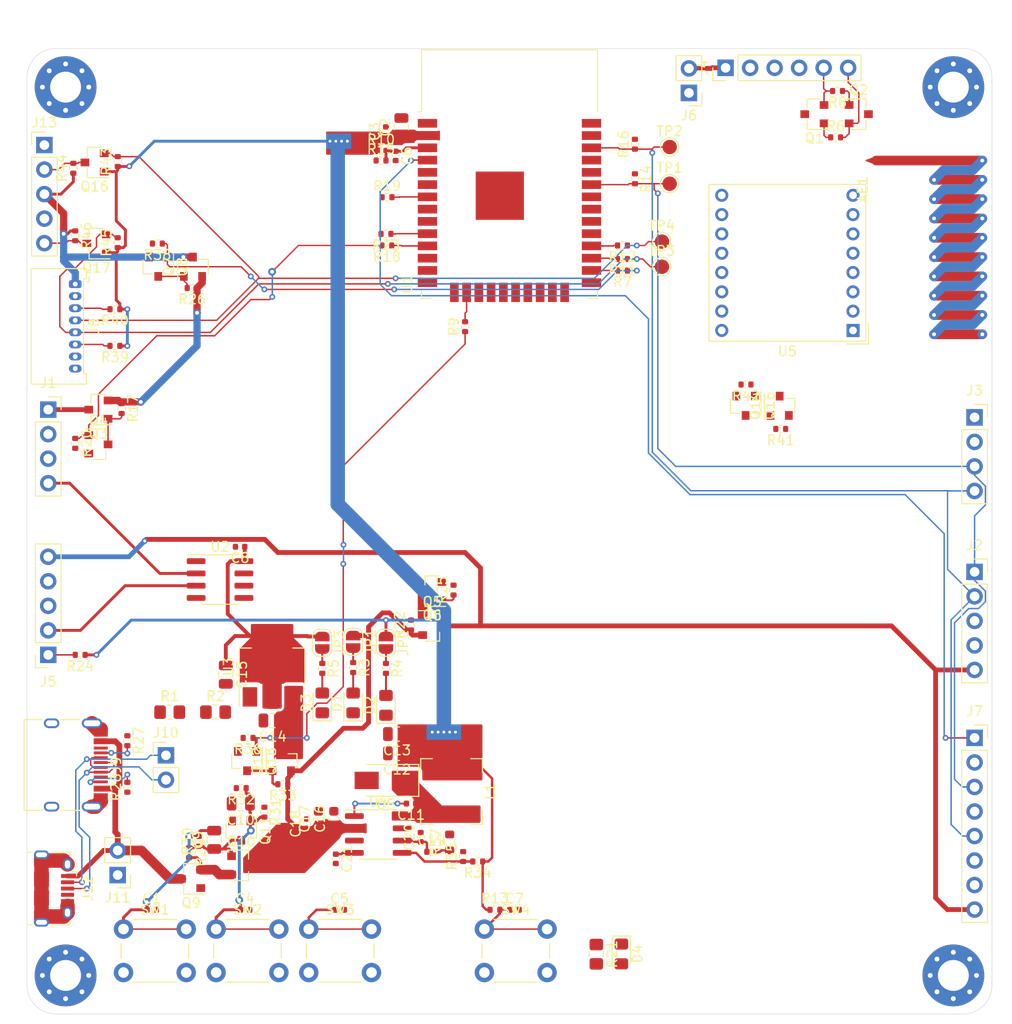
<source format=kicad_pcb>
(kicad_pcb (version 20171130) (host pcbnew "(5.1.6)-1")
  (layers (0 F.Cu signal) (31 B.Cu signal) (34 B.Paste user) (35 F.Paste user) (36 B.SilkS user) (37 F.SilkS user) (38 B.Mask user) (39 F.Mask user) (44 Edge.Cuts user))
  (net 0 "")
  (net 1 GND)
  (net 2 PWR_ON)
  (net 3 3V3)
  (net 4 PWR_OFF)
  (net 5 "Net-(C5-Pad1)")
  (net 6 EN)
  (net 7 SWITCH)
  (net 8 3V3_L)
  (net 9 "Net-(C9-Pad1)")
  (net 10 "Net-(C11-Pad2)")
  (net 11 "Net-(C11-Pad1)")
  (net 12 "Net-(C14-Pad1)")
  (net 13 VDD)
  (net 14 "Net-(C19-Pad2)")
  (net 15 "Net-(C19-Pad1)")
  (net 16 "Net-(C21-Pad1)")
  (net 17 "Net-(D1-Pad2)")
  (net 18 "Net-(D2-Pad2)")
  (net 19 "Net-(D3-Pad2)")
  (net 20 "Net-(D4-Pad2)")
  (net 21 ADC_0)
  (net 22 "Net-(J1-Pad3)")
  (net 23 SEN_VDD)
  (net 24 "Net-(J2-Pad4)")
  (net 25 SCL)
  (net 26 SDA)
  (net 27 ADC_1)
  (net 28 "Net-(J5-Pad4)")
  (net 29 BMP_INT)
  (net 30 USB_VDD)
  (net 31 D-)
  (net 32 D+)
  (net 33 "Net-(JP1-Pad2)")
  (net 34 "Net-(JP2-Pad2)")
  (net 35 "Net-(JP3-Pad2)")
  (net 36 IO0)
  (net 37 DTR)
  (net 38 "Net-(Q1-Pad1)")
  (net 39 RTS)
  (net 40 "Net-(Q2-Pad1)")
  (net 41 "Net-(Q3-Pad1)")
  (net 42 "Net-(Q4-Pad1)")
  (net 43 "Net-(Q5-Pad1)")
  (net 44 "Net-(Q6-Pad1)")
  (net 45 "Net-(Q7-Pad1)")
  (net 46 PMS_EN)
  (net 47 "Net-(Q10-Pad2)")
  (net 48 "Net-(Q12-Pad1)")
  (net 49 LDO_EN)
  (net 50 ADC_VIN)
  (net 51 "Net-(R7-Pad2)")
  (net 52 "Net-(R9-Pad2)")
  (net 53 "Net-(R11-Pad2)")
  (net 54 RX1)
  (net 55 "Net-(R12-Pad2)")
  (net 56 TX1)
  (net 57 MQ_EN)
  (net 58 "Net-(R19-Pad2)")
  (net 59 LED)
  (net 60 SEN_VDD_EN)
  (net 61 VSNS)
  (net 62 MOSI)
  (net 63 TX)
  (net 64 RX)
  (net 65 "Net-(U1-Pad32)")
  (net 66 MISO)
  (net 67 SCLK)
  (net 68 CS)
  (net 69 "Net-(U1-Pad24)")
  (net 70 "Net-(U1-Pad22)")
  (net 71 "Net-(U1-Pad21)")
  (net 72 "Net-(U1-Pad20)")
  (net 73 "Net-(U1-Pad19)")
  (net 74 "Net-(U1-Pad18)")
  (net 75 "Net-(U1-Pad17)")
  (net 76 "Net-(U4-Pad3)")
  (net 77 "Net-(J4-Pad1)")
  (net 78 "Net-(J7-Pad7)")
  (net 79 "Net-(J7-Pad4)")
  (net 80 "Net-(J7-Pad2)")
  (net 81 "Net-(J9-PadB8)")
  (net 82 "Net-(J9-PadA5)")
  (net 83 "Net-(J9-PadA8)")
  (net 84 "Net-(J9-PadB5)")
  (net 85 "Net-(J12-Pad4)")
  (net 86 "Net-(AE1-Pad1)")
  (net 87 MQ-7_VDD)
  (net 88 /interface/UV_EN)
  (net 89 "Net-(J8-Pad8)")
  (net 90 "Net-(J8-Pad7)")
  (net 91 /interface/RST)
  (net 92 /interface/SET)
  (net 93 DUST_VDD)
  (net 94 PM_RX)
  (net 95 "Net-(J13-Pad4)")
  (net 96 PM_TX)
  (net 97 "Net-(Q14-Pad3)")
  (net 98 "Net-(Q14-Pad1)")
  (net 99 LORA_EN)
  (net 100 CS_LORA)
  (net 101 DIO0)
  (net 102 LORA_RST)
  (net 103 DIO1)
  (net 104 "Net-(U5-Pad16)")
  (net 105 "Net-(U5-Pad12)")
  (net 106 "Net-(U5-Pad11)")
  (net 107 "Net-(U5-Pad7)")
  (module TestPoint:TestPoint_Pad_D1.5mm (layer F.Cu) (at 221.8 65)
    (fp_text reference TP4 (at 0 -1.648) (layer F.SilkS))
    (fp_text value TP_TX1)
    (pad 1 smd circle (at 0 0) (size 1.5 1.5) (layers F.Cu F.Mask) (net 56 TX1))
  )
  (module TestPoint:TestPoint_Pad_D1.5mm (layer F.Cu) (at 221.8 67.6)
    (fp_text reference TP3 (at 0 -1.648) (layer F.SilkS))
    (fp_text value TP_RX1)
    (pad 1 smd circle (at 0 0) (size 1.5 1.5) (layers F.Cu F.Mask) (net 54 RX1))
  )
  (module Connector_USB:USB_C_Receptacle_HRO_TYPE-C-31-M-12 (layer F.Cu) (at 159.6 119.2 270)
    (fp_text reference J9 (at 0 -5.645 90) (layer F.SilkS))
    (fp_text value USB_C_Receptacle_USB2.0)
    (pad B1 smd rect (at 3.25 -4.045 270) (size 0.6 1.45) (layers F.Cu F.Paste F.Mask) (net 1 GND))
    (pad A9 smd rect (at 2.45 -4.045 270) (size 0.6 1.45) (layers F.Cu F.Paste F.Mask) (net 30 USB_VDD))
    (pad B9 smd rect (at -2.45 -4.045 270) (size 0.6 1.45) (layers F.Cu F.Paste F.Mask) (net 30 USB_VDD))
    (pad B12 smd rect (at -3.25 -4.045 270) (size 0.6 1.45) (layers F.Cu F.Paste F.Mask) (net 1 GND))
    (pad A1 smd rect (at -3.25 -4.045 270) (size 0.6 1.45) (layers F.Cu F.Paste F.Mask) (net 1 GND))
    (pad A4 smd rect (at -2.45 -4.045 270) (size 0.6 1.45) (layers F.Cu F.Paste F.Mask) (net 30 USB_VDD))
    (pad B4 smd rect (at 2.45 -4.045 270) (size 0.6 1.45) (layers F.Cu F.Paste F.Mask) (net 30 USB_VDD))
    (pad A12 smd rect (at 3.25 -4.045 270) (size 0.6 1.45) (layers F.Cu F.Paste F.Mask) (net 1 GND))
    (pad B8 smd rect (at -1.75 -4.045 270) (size 0.3 1.45) (layers F.Cu F.Paste F.Mask) (net 81 "Net-(J9-PadB8)"))
    (pad A5 smd rect (at -1.25 -4.045 270) (size 0.3 1.45) (layers F.Cu F.Paste F.Mask) (net 82 "Net-(J9-PadA5)"))
    (pad B7 smd rect (at -0.75 -4.045 270) (size 0.3 1.45) (layers F.Cu F.Paste F.Mask) (net 31 D-))
    (pad A7 smd rect (at 0.25 -4.045 270) (size 0.3 1.45) (layers F.Cu F.Paste F.Mask) (net 31 D-))
    (pad B6 smd rect (at 0.75 -4.045 270) (size 0.3 1.45) (layers F.Cu F.Paste F.Mask) (net 32 D+))
    (pad A8 smd rect (at 1.25 -4.045 270) (size 0.3 1.45) (layers F.Cu F.Paste F.Mask) (net 83 "Net-(J9-PadA8)"))
    (pad B5 smd rect (at 1.75 -4.045 270) (size 0.3 1.45) (layers F.Cu F.Paste F.Mask) (net 84 "Net-(J9-PadB5)"))
    (pad A6 smd rect (at -0.25 -4.045 270) (size 0.3 1.45) (layers F.Cu F.Paste F.Mask) (net 32 D+))
    (pad S1 thru_hole oval (at 4.32 -3.13 270) (size 1 2.1) (drill oval 0.6 1.7) (layers *.Cu *.Mask) (net 1 GND))
    (pad S1 thru_hole oval (at -4.32 -3.13 270) (size 1 2.1) (drill oval 0.6 1.7) (layers *.Cu *.Mask) (net 1 GND))
    (pad "" np_thru_hole circle (at -2.89 -2.6 270) (size 0.65 0.65) (drill 0.65) (layers *.Cu *.Mask))
    (pad S1 thru_hole oval (at -4.32 1.05 270) (size 1 1.6) (drill oval 0.6 1.2) (layers *.Cu *.Mask) (net 1 GND))
    (pad "" np_thru_hole circle (at 2.89 -2.6 270) (size 0.65 0.65) (drill 0.65) (layers *.Cu *.Mask))
    (pad S1 thru_hole oval (at 4.32 1.05 270) (size 1 1.6) (drill oval 0.6 1.2) (layers *.Cu *.Mask) (net 1 GND))
  )
  (module RF_Module:HOPERF_RFM9XW_THT (layer F.Cu) (at 241.6 74.2 180)
    (fp_text reference U5 (at 6.8 -2.17) (layer F.SilkS))
    (fp_text value RFM95W-868S2)
    (pad 16 thru_hole circle (at 13.6 0 180) (size 1.35 1.35) (drill 0.8) (layers *.Cu *.Mask) (net 104 "Net-(U5-Pad16)"))
    (pad 15 thru_hole circle (at 13.6 2 180) (size 1.35 1.35) (drill 0.8) (layers *.Cu *.Mask) (net 103 DIO1))
    (pad 14 thru_hole circle (at 13.6 4 180) (size 1.35 1.35) (drill 0.8) (layers *.Cu *.Mask) (net 101 DIO0))
    (pad 13 thru_hole circle (at 13.6 6 180) (size 1.35 1.35) (drill 0.8) (layers *.Cu *.Mask) (net 97 "Net-(Q14-Pad3)"))
    (pad 12 thru_hole circle (at 13.6 8 180) (size 1.35 1.35) (drill 0.8) (layers *.Cu *.Mask) (net 105 "Net-(U5-Pad12)"))
    (pad 11 thru_hole circle (at 13.6 10 180) (size 1.35 1.35) (drill 0.8) (layers *.Cu *.Mask) (net 106 "Net-(U5-Pad11)"))
    (pad 10 thru_hole circle (at 13.6 12 180) (size 1.35 1.35) (drill 0.8) (layers *.Cu *.Mask) (net 1 GND))
    (pad 9 thru_hole circle (at 13.6 14 180) (size 1.35 1.35) (drill 0.8) (layers *.Cu *.Mask) (net 86 "Net-(AE1-Pad1)"))
    (pad 8 thru_hole circle (at 0 14 180) (size 1.35 1.35) (drill 0.8) (layers *.Cu *.Mask) (net 1 GND))
    (pad 7 thru_hole circle (at 0 12 180) (size 1.35 1.35) (drill 0.8) (layers *.Cu *.Mask) (net 107 "Net-(U5-Pad7)"))
    (pad 6 thru_hole circle (at 0 10 180) (size 1.35 1.35) (drill 0.8) (layers *.Cu *.Mask) (net 102 LORA_RST))
    (pad 5 thru_hole circle (at 0 8 180) (size 1.35 1.35) (drill 0.8) (layers *.Cu *.Mask) (net 100 CS_LORA))
    (pad 4 thru_hole circle (at 0 6 180) (size 1.35 1.35) (drill 0.8) (layers *.Cu *.Mask) (net 67 SCLK))
    (pad 3 thru_hole circle (at 0 4 180) (size 1.35 1.35) (drill 0.8) (layers *.Cu *.Mask) (net 62 MOSI))
    (pad 2 thru_hole circle (at 0 2 180) (size 1.35 1.35) (drill 0.8) (layers *.Cu *.Mask) (net 66 MISO))
    (pad 1 thru_hole rect (at 0 0 180) (size 1.35 1.35) (drill 0.8) (layers *.Cu *.Mask) (net 1 GND))
  )
  (module Resistor_SMD:R_0402_1005Metric (layer F.Cu) (at 161 64.4 270)
    (fp_text reference R46 (at 0 -1.17 90) (layer F.SilkS))
    (fp_text value 100k)
    (pad 2 smd roundrect (at 0.51 0 270) (size 0.54 0.64) (layers F.Cu F.Paste F.Mask) (net 94 PM_RX))
    (pad 1 smd roundrect (at -0.51 0 270) (size 0.54 0.64) (layers F.Cu F.Paste F.Mask) (net 93 DUST_VDD))
  )
  (module Resistor_SMD:R_0402_1005Metric (layer F.Cu) (at 165.4 65.11 90)
    (fp_text reference R45 (at 0 -1.17 90) (layer F.SilkS))
    (fp_text value 100k)
    (pad 2 smd roundrect (at 0.51 0 90) (size 0.54 0.64) (layers F.Cu F.Paste F.Mask) (net 54 RX1))
    (pad 1 smd roundrect (at -0.51 0 90) (size 0.54 0.64) (layers F.Cu F.Paste F.Mask) (net 3 3V3))
  )
  (module Resistor_SMD:R_0402_1005Metric (layer F.Cu) (at 160.8 57.4 90)
    (fp_text reference R44 (at 0 -1.17 90) (layer F.SilkS))
    (fp_text value 100k)
    (pad 2 smd roundrect (at 0.51 0 90) (size 0.54 0.64) (layers F.Cu F.Paste F.Mask) (net 96 PM_TX))
    (pad 1 smd roundrect (at -0.51 0 90) (size 0.54 0.64) (layers F.Cu F.Paste F.Mask) (net 93 DUST_VDD))
  )
  (module Resistor_SMD:R_0402_1005Metric (layer F.Cu) (at 165.4 56.71 90)
    (fp_text reference R43 (at 0 -1.17 90) (layer F.SilkS))
    (fp_text value 100k)
    (pad 2 smd roundrect (at 0.51 0 90) (size 0.54 0.64) (layers F.Cu F.Paste F.Mask) (net 56 TX1))
    (pad 1 smd roundrect (at -0.51 0 90) (size 0.54 0.64) (layers F.Cu F.Paste F.Mask) (net 3 3V3))
  )
  (module Resistor_SMD:R_0402_1005Metric (layer F.Cu) (at 230.51 79.8 180)
    (fp_text reference R42 (at 0 -1.17) (layer F.SilkS))
    (fp_text value 100k)
    (pad 2 smd roundrect (at 0.51 0 180) (size 0.54 0.64) (layers F.Cu F.Paste F.Mask) (net 1 GND))
    (pad 1 smd roundrect (at -0.51 0 180) (size 0.54 0.64) (layers F.Cu F.Paste F.Mask) (net 99 LORA_EN))
  )
  (module Resistor_SMD:R_0402_1005Metric (layer F.Cu) (at 234.11 84.4 180)
    (fp_text reference R41 (at 0 -1.17) (layer F.SilkS))
    (fp_text value 100k)
    (pad 2 smd roundrect (at 0.51 0 180) (size 0.54 0.64) (layers F.Cu F.Paste F.Mask) (net 98 "Net-(Q14-Pad1)"))
    (pad 1 smd roundrect (at -0.51 0 180) (size 0.54 0.64) (layers F.Cu F.Paste F.Mask) (net 3 3V3))
  )
  (module Resistor_SMD:R_0402_1005Metric (layer F.Cu) (at 165.11 72 180)
    (fp_text reference R40 (at 0 -1.17) (layer F.SilkS))
    (fp_text value 100k)
    (pad 2 smd roundrect (at 0.51 0 180) (size 0.54 0.64) (layers F.Cu F.Paste F.Mask) (net 92 /interface/SET))
    (pad 1 smd roundrect (at -0.51 0 180) (size 0.54 0.64) (layers F.Cu F.Paste F.Mask) (net 3 3V3))
  )
  (module Resistor_SMD:R_0402_1005Metric (layer F.Cu) (at 165.11 75.8 180)
    (fp_text reference R39 (at 0 -1.17) (layer F.SilkS))
    (fp_text value 100k)
    (pad 2 smd roundrect (at 0.51 0 180) (size 0.54 0.64) (layers F.Cu F.Paste F.Mask) (net 91 /interface/RST))
    (pad 1 smd roundrect (at -0.51 0 180) (size 0.54 0.64) (layers F.Cu F.Paste F.Mask) (net 3 3V3))
  )
  (module Resistor_SMD:R_0402_1005Metric (layer F.Cu) (at 169.51 65.2 180)
    (fp_text reference R38 (at 0 -1.17) (layer F.SilkS))
    (fp_text value 100k)
    (pad 2 smd roundrect (at 0.51 0 180) (size 0.54 0.64) (layers F.Cu F.Paste F.Mask) (net 1 GND))
    (pad 1 smd roundrect (at -0.51 0 180) (size 0.54 0.64) (layers F.Cu F.Paste F.Mask) (net 46 PMS_EN))
  )
  (module Resistor_SMD:R_0402_1005Metric (layer F.Cu) (at 173.11 69.8 180)
    (fp_text reference R26 (at 0 -1.17) (layer F.SilkS))
    (fp_text value 100k)
    (pad 2 smd roundrect (at 0.51 0 180) (size 0.54 0.64) (layers F.Cu F.Paste F.Mask) (net 45 "Net-(Q7-Pad1)"))
    (pad 1 smd roundrect (at -0.51 0 180) (size 0.54 0.64) (layers F.Cu F.Paste F.Mask) (net 13 VDD))
  )
  (module Resistor_SMD:R_0402_1005Metric (layer F.Cu) (at 200.2 101.09 90)
    (fp_text reference R25 (at 0 -1.17 90) (layer F.SilkS))
    (fp_text value 100k)
    (pad 2 smd roundrect (at 0.51 0 90) (size 0.54 0.64) (layers F.Cu F.Paste F.Mask) (net 1 GND))
    (pad 1 smd roundrect (at -0.51 0 90) (size 0.54 0.64) (layers F.Cu F.Paste F.Mask) (net 44 "Net-(Q6-Pad1)"))
  )
  (module Resistor_SMD:R_0402_1005Metric (layer F.Cu) (at 161.51 107.8 180)
    (fp_text reference R24 (at 0 -1.17) (layer F.SilkS))
    (fp_text value 100k)
    (pad 2 smd roundrect (at 0.51 0 180) (size 0.54 0.64) (layers F.Cu F.Paste F.Mask) (net 88 /interface/UV_EN))
    (pad 1 smd roundrect (at -0.51 0 180) (size 0.54 0.64) (layers F.Cu F.Paste F.Mask) (net 3 3V3))
  )
  (module Resistor_SMD:R_0402_1005Metric (layer F.Cu) (at 193.2 64.2 180)
    (fp_text reference R23 (at 0 -1.17) (layer F.SilkS))
    (fp_text value 220)
    (pad 2 smd roundrect (at 0.51 0 180) (size 0.54 0.64) (layers F.Cu F.Paste F.Mask) (net 44 "Net-(Q6-Pad1)"))
    (pad 1 smd roundrect (at -0.51 0 180) (size 0.54 0.64) (layers F.Cu F.Paste F.Mask) (net 60 SEN_VDD_EN))
  )
  (module Resistor_SMD:R_0402_1005Metric (layer F.Cu) (at 195.8 104.71 90)
    (fp_text reference R22 (at 0 -1.17 90) (layer F.SilkS))
    (fp_text value 100k)
    (pad 2 smd roundrect (at 0.51 0 90) (size 0.54 0.64) (layers F.Cu F.Paste F.Mask) (net 43 "Net-(Q5-Pad1)"))
    (pad 1 smd roundrect (at -0.51 0 90) (size 0.54 0.64) (layers F.Cu F.Paste F.Mask) (net 13 VDD))
  )
  (module Resistor_SMD:R_0402_1005Metric (layer F.Cu) (at 161 85.89 270)
    (fp_text reference R20 (at 0 -1.17 90) (layer F.SilkS))
    (fp_text value 100k)
    (pad 2 smd roundrect (at 0.51 0 270) (size 0.54 0.64) (layers F.Cu F.Paste F.Mask) (net 1 GND))
    (pad 1 smd roundrect (at -0.51 0 270) (size 0.54 0.64) (layers F.Cu F.Paste F.Mask) (net 42 "Net-(Q4-Pad1)"))
  )
  (module Resistor_SMD:R_0402_1005Metric (layer F.Cu) (at 193.29 65.4 180)
    (fp_text reference R18 (at 0 -1.17) (layer F.SilkS))
    (fp_text value 220)
    (pad 2 smd roundrect (at 0.51 0 180) (size 0.54 0.64) (layers F.Cu F.Paste F.Mask) (net 42 "Net-(Q4-Pad1)"))
    (pad 1 smd roundrect (at -0.51 0 180) (size 0.54 0.64) (layers F.Cu F.Paste F.Mask) (net 57 MQ_EN))
  )
  (module Resistor_SMD:R_0402_1005Metric (layer F.Cu) (at 165.8 82.29 270)
    (fp_text reference R17 (at 0 -1.17 90) (layer F.SilkS))
    (fp_text value 100k)
    (pad 2 smd roundrect (at 0.51 0 270) (size 0.54 0.64) (layers F.Cu F.Paste F.Mask) (net 41 "Net-(Q3-Pad1)"))
    (pad 1 smd roundrect (at -0.51 0 270) (size 0.54 0.64) (layers F.Cu F.Paste F.Mask) (net 13 VDD))
  )
  (module Package_TO_SOT_SMD:SOT-23 (layer F.Cu) (at 163.2 65.2 180)
    (fp_text reference Q17 (at 0 -2.5) (layer F.SilkS))
    (fp_text value 2N7002)
    (pad 3 smd rect (at 1 0 180) (size 0.9 0.8) (layers F.Cu F.Paste F.Mask) (net 94 PM_RX))
    (pad 2 smd rect (at -1 0.95 180) (size 0.9 0.8) (layers F.Cu F.Paste F.Mask) (net 54 RX1))
    (pad 1 smd rect (at -1 -0.95 180) (size 0.9 0.8) (layers F.Cu F.Paste F.Mask) (net 3 3V3))
  )
  (module Package_TO_SOT_SMD:SOT-23 (layer F.Cu) (at 163 56.8 180)
    (fp_text reference Q16 (at 0 -2.5) (layer F.SilkS))
    (fp_text value 2N7002)
    (pad 3 smd rect (at 1 0 180) (size 0.9 0.8) (layers F.Cu F.Paste F.Mask) (net 96 PM_TX))
    (pad 2 smd rect (at -1 0.95 180) (size 0.9 0.8) (layers F.Cu F.Paste F.Mask) (net 56 TX1))
    (pad 1 smd rect (at -1 -0.95 180) (size 0.9 0.8) (layers F.Cu F.Paste F.Mask) (net 3 3V3))
  )
  (module Package_TO_SOT_SMD:SOT-23 (layer F.Cu) (at 230.47 82 270)
    (fp_text reference Q15 (at 0 -2.5 90) (layer F.SilkS))
    (fp_text value 2N7002)
    (pad 3 smd rect (at 1 0 270) (size 0.9 0.8) (layers F.Cu F.Paste F.Mask) (net 98 "Net-(Q14-Pad1)"))
    (pad 2 smd rect (at -1 0.95 270) (size 0.9 0.8) (layers F.Cu F.Paste F.Mask) (net 1 GND))
    (pad 1 smd rect (at -1 -0.95 270) (size 0.9 0.8) (layers F.Cu F.Paste F.Mask) (net 99 LORA_EN))
  )
  (module Package_TO_SOT_SMD:SOT-23 (layer F.Cu) (at 234 82 90)
    (fp_text reference Q14 (at 0 -2.5 90) (layer F.SilkS))
    (fp_text value AO3401A)
    (pad 3 smd rect (at 1 0 90) (size 0.9 0.8) (layers F.Cu F.Paste F.Mask) (net 97 "Net-(Q14-Pad3)"))
    (pad 2 smd rect (at -1 0.95 90) (size 0.9 0.8) (layers F.Cu F.Paste F.Mask) (net 3 3V3))
    (pad 1 smd rect (at -1 -0.95 90) (size 0.9 0.8) (layers F.Cu F.Paste F.Mask) (net 98 "Net-(Q14-Pad1)"))
  )
  (module Package_TO_SOT_SMD:SOT-23 (layer F.Cu) (at 169.6 67.6 270)
    (fp_text reference Q8 (at 0 -2.5 90) (layer F.SilkS))
    (fp_text value 2N7002)
    (pad 3 smd rect (at 1 0 270) (size 0.9 0.8) (layers F.Cu F.Paste F.Mask) (net 45 "Net-(Q7-Pad1)"))
    (pad 2 smd rect (at -1 0.95 270) (size 0.9 0.8) (layers F.Cu F.Paste F.Mask) (net 1 GND))
    (pad 1 smd rect (at -1 -0.95 270) (size 0.9 0.8) (layers F.Cu F.Paste F.Mask) (net 46 PMS_EN))
  )
  (module Package_TO_SOT_SMD:SOT-23 (layer F.Cu) (at 173.2 67.6 90)
    (fp_text reference Q7 (at 0 -2.5 90) (layer F.SilkS))
    (fp_text value AO3401A)
    (pad 3 smd rect (at 1 0 90) (size 0.9 0.8) (layers F.Cu F.Paste F.Mask) (net 93 DUST_VDD))
    (pad 2 smd rect (at -1 0.95 90) (size 0.9 0.8) (layers F.Cu F.Paste F.Mask) (net 13 VDD))
    (pad 1 smd rect (at -1 -0.95 90) (size 0.9 0.8) (layers F.Cu F.Paste F.Mask) (net 45 "Net-(Q7-Pad1)"))
  )
  (module Package_TO_SOT_SMD:SOT-23 (layer F.Cu) (at 198 101.2 180)
    (fp_text reference Q6 (at 0 -2.5) (layer F.SilkS))
    (fp_text value 2N7002)
    (pad 3 smd rect (at 1 0 180) (size 0.9 0.8) (layers F.Cu F.Paste F.Mask) (net 43 "Net-(Q5-Pad1)"))
    (pad 2 smd rect (at -1 0.95 180) (size 0.9 0.8) (layers F.Cu F.Paste F.Mask) (net 1 GND))
    (pad 1 smd rect (at -1 -0.95 180) (size 0.9 0.8) (layers F.Cu F.Paste F.Mask) (net 44 "Net-(Q6-Pad1)"))
  )
  (module Package_TO_SOT_SMD:SOT-23 (layer F.Cu) (at 198 104.8)
    (fp_text reference Q5 (at 0 -2.5) (layer F.SilkS))
    (fp_text value AO3401A)
    (pad 3 smd rect (at 1 0) (size 0.9 0.8) (layers F.Cu F.Paste F.Mask) (net 23 SEN_VDD))
    (pad 2 smd rect (at -1 0.95) (size 0.9 0.8) (layers F.Cu F.Paste F.Mask) (net 13 VDD))
    (pad 1 smd rect (at -1 -0.95) (size 0.9 0.8) (layers F.Cu F.Paste F.Mask) (net 43 "Net-(Q5-Pad1)"))
  )
  (module Package_TO_SOT_SMD:SOT-23 (layer F.Cu) (at 163.4 86)
    (fp_text reference Q4 (at 0 -2.5) (layer F.SilkS))
    (fp_text value 2N7002)
    (pad 3 smd rect (at 1 0) (size 0.9 0.8) (layers F.Cu F.Paste F.Mask) (net 41 "Net-(Q3-Pad1)"))
    (pad 2 smd rect (at -1 0.95) (size 0.9 0.8) (layers F.Cu F.Paste F.Mask) (net 1 GND))
    (pad 1 smd rect (at -1 -0.95) (size 0.9 0.8) (layers F.Cu F.Paste F.Mask) (net 42 "Net-(Q4-Pad1)"))
  )
  (module Package_TO_SOT_SMD:SOT-23 (layer F.Cu) (at 163.4 82.4 180)
    (fp_text reference Q3 (at 0 -2.5) (layer F.SilkS))
    (fp_text value AO3401A)
    (pad 3 smd rect (at 1 0 180) (size 0.9 0.8) (layers F.Cu F.Paste F.Mask) (net 87 MQ-7_VDD))
    (pad 2 smd rect (at -1 0.95 180) (size 0.9 0.8) (layers F.Cu F.Paste F.Mask) (net 13 VDD))
    (pad 1 smd rect (at -1 -0.95 180) (size 0.9 0.8) (layers F.Cu F.Paste F.Mask) (net 41 "Net-(Q3-Pad1)"))
  )
  (module Connector_PinHeader_2.54mm:PinHeader_1x05_P2.54mm_Vertical (layer F.Cu) (at 157.8 55)
    (fp_text reference J13 (at 0 -2.33) (layer F.SilkS))
    (fp_text value PM1003)
    (pad 5 thru_hole oval (at 0 10.16) (size 1.7 1.7) (drill 1) (layers *.Cu *.Mask) (net 94 PM_RX))
    (pad 4 thru_hole oval (at 0 7.62) (size 1.7 1.7) (drill 1) (layers *.Cu *.Mask) (net 95 "Net-(J13-Pad4)"))
    (pad 3 thru_hole oval (at 0 5.08) (size 1.7 1.7) (drill 1) (layers *.Cu *.Mask) (net 93 DUST_VDD))
    (pad 2 thru_hole oval (at 0 2.54) (size 1.7 1.7) (drill 1) (layers *.Cu *.Mask) (net 96 PM_TX))
    (pad 1 thru_hole rect (at 0 0) (size 1.7 1.7) (drill 1) (layers *.Cu *.Mask) (net 1 GND))
  )
  (module Connector_Molex:Molex_PicoBlade_53048-0810_1x08_P1.25mm_Horizontal (layer F.Cu) (at 161 69.4 270)
    (fp_text reference J8 (at 4.38 -1.95 90) (layer F.SilkS))
    (fp_text value PMS5003)
    (pad 8 thru_hole oval (at 8.75 0 270) (size 0.8 1.3) (drill 0.5) (layers *.Cu *.Mask) (net 89 "Net-(J8-Pad8)"))
    (pad 7 thru_hole oval (at 7.5 0 270) (size 0.8 1.3) (drill 0.5) (layers *.Cu *.Mask) (net 90 "Net-(J8-Pad7)"))
    (pad 6 thru_hole oval (at 6.25 0 270) (size 0.8 1.3) (drill 0.5) (layers *.Cu *.Mask) (net 91 /interface/RST))
    (pad 5 thru_hole oval (at 5 0 270) (size 0.8 1.3) (drill 0.5) (layers *.Cu *.Mask) (net 54 RX1))
    (pad 4 thru_hole oval (at 3.75 0 270) (size 0.8 1.3) (drill 0.5) (layers *.Cu *.Mask) (net 56 TX1))
    (pad 3 thru_hole oval (at 2.5 0 270) (size 0.8 1.3) (drill 0.5) (layers *.Cu *.Mask) (net 92 /interface/SET))
    (pad 2 thru_hole oval (at 1.25 0 270) (size 0.8 1.3) (drill 0.5) (layers *.Cu *.Mask) (net 1 GND))
    (pad 1 thru_hole roundrect (at 0 0 270) (size 0.8 1.3) (drill 0.5) (layers *.Cu *.Mask) (net 93 DUST_VDD))
  )
  (module Connector_PinSocket_2.54mm:PinSocket_1x08_P2.54mm_Vertical (layer F.Cu) (at 254.2 116.4)
    (fp_text reference J7 (at 0 -2.77) (layer F.SilkS))
    (fp_text value BMP388)
    (pad 8 thru_hole oval (at 0 17.78) (size 1.7 1.7) (drill 1) (layers *.Cu *.Mask) (net 23 SEN_VDD))
    (pad 7 thru_hole oval (at 0 15.24) (size 1.7 1.7) (drill 1) (layers *.Cu *.Mask) (net 78 "Net-(J7-Pad7)"))
    (pad 6 thru_hole oval (at 0 12.7) (size 1.7 1.7) (drill 1) (layers *.Cu *.Mask) (net 1 GND))
    (pad 5 thru_hole oval (at 0 10.16) (size 1.7 1.7) (drill 1) (layers *.Cu *.Mask) (net 25 SCL))
    (pad 4 thru_hole oval (at 0 7.62) (size 1.7 1.7) (drill 1) (layers *.Cu *.Mask) (net 79 "Net-(J7-Pad4)"))
    (pad 3 thru_hole oval (at 0 5.08) (size 1.7 1.7) (drill 1) (layers *.Cu *.Mask) (net 26 SDA))
    (pad 2 thru_hole oval (at 0 2.54) (size 1.7 1.7) (drill 1) (layers *.Cu *.Mask) (net 80 "Net-(J7-Pad2)"))
    (pad 1 thru_hole rect (at 0 0) (size 1.7 1.7) (drill 1) (layers *.Cu *.Mask) (net 29 BMP_INT))
  )
  (module Connector_PinSocket_2.54mm:PinSocket_1x05_P2.54mm_Vertical (layer F.Cu) (at 158.2 107.8 180)
    (fp_text reference J5 (at 0 -2.77) (layer F.SilkS))
    (fp_text value ML8511)
    (pad 5 thru_hole oval (at 0 10.16 180) (size 1.7 1.7) (drill 1) (layers *.Cu *.Mask) (net 23 SEN_VDD))
    (pad 4 thru_hole oval (at 0 7.62 180) (size 1.7 1.7) (drill 1) (layers *.Cu *.Mask) (net 28 "Net-(J5-Pad4)"))
    (pad 3 thru_hole oval (at 0 5.08 180) (size 1.7 1.7) (drill 1) (layers *.Cu *.Mask) (net 1 GND))
    (pad 2 thru_hole oval (at 0 2.54 180) (size 1.7 1.7) (drill 1) (layers *.Cu *.Mask) (net 27 ADC_1))
    (pad 1 thru_hole rect (at 0 0 180) (size 1.7 1.7) (drill 1) (layers *.Cu *.Mask) (net 88 /interface/UV_EN))
  )
  (module Connector_PinSocket_2.54mm:PinSocket_1x04_P2.54mm_Vertical (layer F.Cu) (at 254.2 83.2)
    (fp_text reference J3 (at 0 -2.77) (layer F.SilkS))
    (fp_text value SHT40)
    (pad 4 thru_hole oval (at 0 7.62) (size 1.7 1.7) (drill 1) (layers *.Cu *.Mask) (net 25 SCL))
    (pad 3 thru_hole oval (at 0 5.08) (size 1.7 1.7) (drill 1) (layers *.Cu *.Mask) (net 26 SDA))
    (pad 2 thru_hole oval (at 0 2.54) (size 1.7 1.7) (drill 1) (layers *.Cu *.Mask) (net 1 GND))
    (pad 1 thru_hole rect (at 0 0) (size 1.7 1.7) (drill 1) (layers *.Cu *.Mask) (net 3 3V3))
  )
  (module Connector_PinSocket_2.54mm:PinSocket_1x05_P2.54mm_Vertical (layer F.Cu) (at 254.2 99.2)
    (fp_text reference J2 (at 0 -2.77) (layer F.SilkS))
    (fp_text value VEML7700)
    (pad 5 thru_hole oval (at 0 10.16) (size 1.7 1.7) (drill 1) (layers *.Cu *.Mask) (net 23 SEN_VDD))
    (pad 4 thru_hole oval (at 0 7.62) (size 1.7 1.7) (drill 1) (layers *.Cu *.Mask) (net 24 "Net-(J2-Pad4)"))
    (pad 3 thru_hole oval (at 0 5.08) (size 1.7 1.7) (drill 1) (layers *.Cu *.Mask) (net 1 GND))
    (pad 2 thru_hole oval (at 0 2.54) (size 1.7 1.7) (drill 1) (layers *.Cu *.Mask) (net 25 SCL))
    (pad 1 thru_hole rect (at 0 0) (size 1.7 1.7) (drill 1) (layers *.Cu *.Mask) (net 26 SDA))
  )
  (module Connector_PinSocket_2.54mm:PinSocket_1x04_P2.54mm_Vertical (layer F.Cu) (at 158.2 82.4)
    (fp_text reference J1 (at 0 -2.77) (layer F.SilkS))
    (fp_text value MQ-7)
    (pad 4 thru_hole oval (at 0 7.62) (size 1.7 1.7) (drill 1) (layers *.Cu *.Mask) (net 21 ADC_0))
    (pad 3 thru_hole oval (at 0 5.08) (size 1.7 1.7) (drill 1) (layers *.Cu *.Mask) (net 22 "Net-(J1-Pad3)"))
    (pad 2 thru_hole oval (at 0 2.54) (size 1.7 1.7) (drill 1) (layers *.Cu *.Mask) (net 1 GND))
    (pad 1 thru_hole rect (at 0 0) (size 1.7 1.7) (drill 1) (layers *.Cu *.Mask) (net 87 MQ-7_VDD))
  )
  (module RF_Antenna:Texas_SWRA416_868MHz_915MHz (layer F.Cu) (at 249.2 65.6 270)
    (fp_text reference AE1 (at -6 6.6 90) (layer F.SilkS))
    (fp_text value Antenna)
    (fp_line (start 7 -5.8) (end 8 -4.8) (layer B.Cu) (width 1))
    (fp_line (start 8 -1.8) (end 9 -0.8) (layer B.Cu) (width 1))
    (fp_line (start 8 -4.8) (end 8 -1.8) (layer B.Cu) (width 1))
    (fp_line (start 9 -5.8) (end 9 -0.8) (layer F.Cu) (width 1))
    (fp_line (start 5 -5.8) (end 6 -4.8) (layer B.Cu) (width 1))
    (fp_line (start 6 -1.8) (end 7 -0.8) (layer B.Cu) (width 1))
    (fp_line (start 6 -4.8) (end 6 -1.8) (layer B.Cu) (width 1))
    (fp_line (start 7 -5.8) (end 7 -0.8) (layer F.Cu) (width 1))
    (fp_line (start 3 -5.8) (end 4 -4.8) (layer B.Cu) (width 1))
    (fp_line (start 4 -1.8) (end 5 -0.8) (layer B.Cu) (width 1))
    (fp_line (start 4 -4.8) (end 4 -1.8) (layer B.Cu) (width 1))
    (fp_line (start 5 -5.8) (end 5 -0.8) (layer F.Cu) (width 1))
    (fp_line (start 1 -5.8) (end 2 -4.8) (layer B.Cu) (width 1))
    (fp_line (start 2 -1.8) (end 3 -0.8) (layer B.Cu) (width 1))
    (fp_line (start 2 -4.8) (end 2 -1.8) (layer B.Cu) (width 1))
    (fp_line (start 3 -5.8) (end 3 -0.8) (layer F.Cu) (width 1))
    (fp_line (start -1 -5.8) (end 0 -4.8) (layer B.Cu) (width 1))
    (fp_line (start 0 -1.8) (end 1 -0.8) (layer B.Cu) (width 1))
    (fp_line (start 0 -4.8) (end 0 -1.8) (layer B.Cu) (width 1))
    (fp_line (start 1 -5.8) (end 1 -0.8) (layer F.Cu) (width 1))
    (fp_line (start -3 -5.8) (end -2 -4.8) (layer B.Cu) (width 1))
    (fp_line (start -2 -1.8) (end -1 -0.8) (layer B.Cu) (width 1))
    (fp_line (start -2 -4.8) (end -2 -1.8) (layer B.Cu) (width 1))
    (fp_line (start -1 -5.8) (end -1 -0.8) (layer F.Cu) (width 1))
    (fp_line (start -4 -4.8) (end -4 -1.8) (layer B.Cu) (width 1))
    (fp_line (start -5 -5.8) (end -4 -4.8) (layer B.Cu) (width 1))
    (fp_line (start -4 -1.8) (end -3 -0.8) (layer B.Cu) (width 1))
    (fp_line (start -3 -5.8) (end -3 -0.8) (layer F.Cu) (width 1))
    (fp_line (start -6 -4.8) (end -6 -1.8) (layer B.Cu) (width 1))
    (fp_line (start -7 -5.8) (end -6 -4.8) (layer B.Cu) (width 1))
    (fp_line (start -6 -1.8) (end -5 -0.8) (layer B.Cu) (width 1))
    (fp_line (start -5 -5.8) (end -5 -0.8) (layer F.Cu) (width 1))
    (fp_line (start -7 -5.8) (end -7 -0.8) (layer F.Cu) (width 1))
    (fp_line (start -9 5.2) (end -9 -5.8) (layer F.Cu) (width 1))
    (fp_line (start -9 -5.8) (end -8 -4.8) (layer B.Cu) (width 1))
    (fp_line (start -8 -4.8) (end -8 -1.8) (layer B.Cu) (width 1))
    (fp_line (start -8 -1.8) (end -7 -0.8) (layer B.Cu) (width 1))
    (pad 1 smd trapezoid (at -9 5.9 90) (size 0.4 0.8) (rect_delta 0 0.3) (layers F.Cu) (net 86 "Net-(AE1-Pad1)"))
    (pad "" thru_hole circle (at -9 -5.8 90) (size 1 1) (drill 0.4) (layers *.Cu))
    (pad "" thru_hole circle (at -7 -0.8 90) (size 1 1) (drill 0.4) (layers *.Cu))
    (pad "" thru_hole circle (at -7 -5.8 90) (size 1 1) (drill 0.4) (layers *.Cu))
    (pad "" thru_hole circle (at -5 -5.8 90) (size 1 1) (drill 0.4) (layers *.Cu))
    (pad "" thru_hole circle (at -5 -0.8 90) (size 1 1) (drill 0.4) (layers *.Cu))
    (pad "" thru_hole circle (at -3 -0.8 90) (size 1 1) (drill 0.4) (layers *.Cu))
    (pad "" thru_hole circle (at -3 -5.8 90) (size 1 1) (drill 0.4) (layers *.Cu))
    (pad "" thru_hole circle (at -1 -5.8 90) (size 1 1) (drill 0.4) (layers *.Cu))
    (pad "" thru_hole circle (at -1 -0.8 90) (size 1 1) (drill 0.4) (layers *.Cu))
    (pad "" thru_hole circle (at 1 -0.8 90) (size 1 1) (drill 0.4) (layers *.Cu))
    (pad "" thru_hole circle (at 1 -5.8 90) (size 1 1) (drill 0.4) (layers *.Cu))
    (pad "" thru_hole circle (at 3 -5.8 90) (size 1 1) (drill 0.4) (layers *.Cu))
    (pad "" thru_hole circle (at 3 -0.8 90) (size 1 1) (drill 0.4) (layers *.Cu))
    (pad "" thru_hole circle (at 5 -5.8 90) (size 1 1) (drill 0.4) (layers *.Cu))
    (pad "" thru_hole circle (at 5 -0.8 90) (size 1 1) (drill 0.4) (layers *.Cu))
    (pad "" thru_hole circle (at 7 -0.8 90) (size 1 1) (drill 0.4) (layers *.Cu))
    (pad "" thru_hole circle (at 7 -5.8 90) (size 1 1) (drill 0.4) (layers *.Cu))
    (pad "" thru_hole circle (at 9 -5.8 90) (size 1 1) (drill 0.4) (layers *.Cu))
    (pad "" thru_hole circle (at 9 -0.8 90) (size 1 1) (drill 0.4) (layers *.Cu))
  )
  (module Connector_PinHeader_2.54mm:PinHeader_1x02_P2.54mm_Vertical (layer F.Cu) (at 224.6 49.6 180)
    (fp_text reference J6 (at 0 -2.33) (layer F.SilkS))
    (fp_text value EN_3V3_PROGRAMMER)
    (pad 2 thru_hole oval (at 0 2.54 180) (size 1.7 1.7) (drill 1) (layers *.Cu *.Mask) (net 77 "Net-(J4-Pad1)"))
    (pad 1 thru_hole rect (at 0 0 180) (size 1.7 1.7) (drill 1) (layers *.Cu *.Mask) (net 3 3V3))
  )
  (module Connector_PinHeader_2.54mm:PinHeader_1x06_P2.54mm_Vertical (layer F.Cu) (at 228.4 47 90)
    (fp_text reference J4 (at 0 -2.33 90) (layer F.SilkS))
    (fp_text value PROGRAMMER)
    (pad 6 thru_hole oval (at 0 12.7 90) (size 1.7 1.7) (drill 1) (layers *.Cu *.Mask) (net 39 RTS))
    (pad 5 thru_hole oval (at 0 10.16 90) (size 1.7 1.7) (drill 1) (layers *.Cu *.Mask) (net 37 DTR))
    (pad 4 thru_hole oval (at 0 7.62 90) (size 1.7 1.7) (drill 1) (layers *.Cu *.Mask) (net 63 TX))
    (pad 3 thru_hole oval (at 0 5.08 90) (size 1.7 1.7) (drill 1) (layers *.Cu *.Mask) (net 64 RX))
    (pad 2 thru_hole oval (at 0 2.54 90) (size 1.7 1.7) (drill 1) (layers *.Cu *.Mask) (net 1 GND))
    (pad 1 thru_hole rect (at 0 0 90) (size 1.7 1.7) (drill 1) (layers *.Cu *.Mask) (net 77 "Net-(J4-Pad1)"))
  )
  (module MountingHole:MountingHole_3.2mm_M3_Pad_Via (layer F.Cu) (at 252 141)
    (fp_text reference H4 hide)
    (fp_text value MountingHole)
    (pad 1 thru_hole circle (at 1.697056 -1.697056) (size 0.8 0.8) (drill 0.5) (layers *.Cu *.Mask))
    (pad 1 thru_hole circle (at 0 -2.4) (size 0.8 0.8) (drill 0.5) (layers *.Cu *.Mask))
    (pad 1 thru_hole circle (at -1.697056 -1.697056) (size 0.8 0.8) (drill 0.5) (layers *.Cu *.Mask))
    (pad 1 thru_hole circle (at -2.4 0) (size 0.8 0.8) (drill 0.5) (layers *.Cu *.Mask))
    (pad 1 thru_hole circle (at -1.697056 1.697056) (size 0.8 0.8) (drill 0.5) (layers *.Cu *.Mask))
    (pad 1 thru_hole circle (at 0 2.4) (size 0.8 0.8) (drill 0.5) (layers *.Cu *.Mask))
    (pad 1 thru_hole circle (at 1.697056 1.697056) (size 0.8 0.8) (drill 0.5) (layers *.Cu *.Mask))
    (pad 1 thru_hole circle (at 2.4 0) (size 0.8 0.8) (drill 0.5) (layers *.Cu *.Mask))
    (pad 1 thru_hole circle (at 0 0) (size 6.4 6.4) (drill 3.2) (layers *.Cu *.Mask))
  )
  (module MountingHole:MountingHole_3.2mm_M3_Pad_Via (layer F.Cu) (at 160 141)
    (fp_text reference H3 hide)
    (fp_text value MountingHole)
    (pad 1 thru_hole circle (at 1.697056 -1.697056) (size 0.8 0.8) (drill 0.5) (layers *.Cu *.Mask))
    (pad 1 thru_hole circle (at 0 -2.4) (size 0.8 0.8) (drill 0.5) (layers *.Cu *.Mask))
    (pad 1 thru_hole circle (at -1.697056 -1.697056) (size 0.8 0.8) (drill 0.5) (layers *.Cu *.Mask))
    (pad 1 thru_hole circle (at -2.4 0) (size 0.8 0.8) (drill 0.5) (layers *.Cu *.Mask))
    (pad 1 thru_hole circle (at -1.697056 1.697056) (size 0.8 0.8) (drill 0.5) (layers *.Cu *.Mask))
    (pad 1 thru_hole circle (at 0 2.4) (size 0.8 0.8) (drill 0.5) (layers *.Cu *.Mask))
    (pad 1 thru_hole circle (at 1.697056 1.697056) (size 0.8 0.8) (drill 0.5) (layers *.Cu *.Mask))
    (pad 1 thru_hole circle (at 2.4 0) (size 0.8 0.8) (drill 0.5) (layers *.Cu *.Mask))
    (pad 1 thru_hole circle (at 0 0) (size 6.4 6.4) (drill 3.2) (layers *.Cu *.Mask))
  )
  (module MountingHole:MountingHole_3.2mm_M3_Pad_Via (layer F.Cu) (at 252 49)
    (fp_text reference H2 hide)
    (fp_text value MountingHole)
    (pad 1 thru_hole circle (at 1.697056 -1.697056) (size 0.8 0.8) (drill 0.5) (layers *.Cu *.Mask))
    (pad 1 thru_hole circle (at 0 -2.4) (size 0.8 0.8) (drill 0.5) (layers *.Cu *.Mask))
    (pad 1 thru_hole circle (at -1.697056 -1.697056) (size 0.8 0.8) (drill 0.5) (layers *.Cu *.Mask))
    (pad 1 thru_hole circle (at -2.4 0) (size 0.8 0.8) (drill 0.5) (layers *.Cu *.Mask))
    (pad 1 thru_hole circle (at -1.697056 1.697056) (size 0.8 0.8) (drill 0.5) (layers *.Cu *.Mask))
    (pad 1 thru_hole circle (at 0 2.4) (size 0.8 0.8) (drill 0.5) (layers *.Cu *.Mask))
    (pad 1 thru_hole circle (at 1.697056 1.697056) (size 0.8 0.8) (drill 0.5) (layers *.Cu *.Mask))
    (pad 1 thru_hole circle (at 2.4 0) (size 0.8 0.8) (drill 0.5) (layers *.Cu *.Mask))
    (pad 1 thru_hole circle (at 0 0) (size 6.4 6.4) (drill 3.2) (layers *.Cu *.Mask))
  )
  (module MountingHole:MountingHole_3.2mm_M3_Pad_Via (layer F.Cu) (at 160 49)
    (fp_text reference H1 hide)
    (fp_text value MountingHole)
    (pad 1 thru_hole circle (at 1.697056 -1.697056) (size 0.8 0.8) (drill 0.5) (layers *.Cu *.Mask))
    (pad 1 thru_hole circle (at 0 -2.4) (size 0.8 0.8) (drill 0.5) (layers *.Cu *.Mask))
    (pad 1 thru_hole circle (at -1.697056 -1.697056) (size 0.8 0.8) (drill 0.5) (layers *.Cu *.Mask))
    (pad 1 thru_hole circle (at -2.4 0) (size 0.8 0.8) (drill 0.5) (layers *.Cu *.Mask))
    (pad 1 thru_hole circle (at -1.697056 1.697056) (size 0.8 0.8) (drill 0.5) (layers *.Cu *.Mask))
    (pad 1 thru_hole circle (at 0 2.4) (size 0.8 0.8) (drill 0.5) (layers *.Cu *.Mask))
    (pad 1 thru_hole circle (at 1.697056 1.697056) (size 0.8 0.8) (drill 0.5) (layers *.Cu *.Mask))
    (pad 1 thru_hole circle (at 2.4 0) (size 0.8 0.8) (drill 0.5) (layers *.Cu *.Mask))
    (pad 1 thru_hole circle (at 0 0) (size 6.4 6.4) (drill 3.2) (layers *.Cu *.Mask))
  )
  (module Package_SO:SOIC-8_3.9x4.9mm_P1.27mm (layer F.Cu) (at 192.4 126.4)
    (fp_text reference U4 (at 0 -3.4) (layer F.SilkS))
    (fp_text value TPS54331)
    (pad 8 smd roundrect (at 2.475 -1.905) (size 1.95 0.6) (layers F.Cu F.Paste F.Mask) (net 11 "Net-(C11-Pad1)"))
    (pad 7 smd roundrect (at 2.475 -0.635) (size 1.95 0.6) (layers F.Cu F.Paste F.Mask) (net 1 GND))
    (pad 6 smd roundrect (at 2.475 0.635) (size 1.95 0.6) (layers F.Cu F.Paste F.Mask) (net 15 "Net-(C19-Pad1)"))
    (pad 5 smd roundrect (at 2.475 1.905) (size 1.95 0.6) (layers F.Cu F.Paste F.Mask) (net 61 VSNS))
    (pad 4 smd roundrect (at -2.475 1.905) (size 1.95 0.6) (layers F.Cu F.Paste F.Mask) (net 16 "Net-(C21-Pad1)"))
    (pad 3 smd roundrect (at -2.475 0.635) (size 1.95 0.6) (layers F.Cu F.Paste F.Mask) (net 76 "Net-(U4-Pad3)"))
    (pad 2 smd roundrect (at -2.475 -0.635) (size 1.95 0.6) (layers F.Cu F.Paste F.Mask) (net 13 VDD))
    (pad 1 smd roundrect (at -2.475 -1.905) (size 1.95 0.6) (layers F.Cu F.Paste F.Mask) (net 10 "Net-(C11-Pad2)"))
  )
  (module Package_TO_SOT_SMD:SOT-223-3_TabPin2 (layer F.Cu) (at 181.4 109 90)
    (fp_text reference U3 (at 0 -4.5 90) (layer F.SilkS))
    (fp_text value AMS1117-3.3)
    (pad 1 smd rect (at -3.15 -2.3 90) (size 2 1.5) (layers F.Cu F.Paste F.Mask) (net 1 GND))
    (pad 3 smd rect (at -3.15 2.3 90) (size 2 1.5) (layers F.Cu F.Paste F.Mask) (net 12 "Net-(C14-Pad1)"))
    (pad 2 smd rect (at -3.15 0 90) (size 2 1.5) (layers F.Cu F.Paste F.Mask) (net 8 3V3_L))
    (pad 2 smd rect (at 3.15 0 90) (size 2 3.8) (layers F.Cu F.Paste F.Mask) (net 8 3V3_L))
  )
  (module Package_SO:SOIC-8_3.9x4.9mm_P1.27mm (layer F.Cu) (at 176 100)
    (fp_text reference U2 (at 0 -3.4) (layer F.SilkS))
    (fp_text value MCP3202-BI/SN)
    (pad 8 smd roundrect (at 2.475 -1.905) (size 1.95 0.6) (layers F.Cu F.Paste F.Mask) (net 8 3V3_L))
    (pad 7 smd roundrect (at 2.475 -0.635) (size 1.95 0.6) (layers F.Cu F.Paste F.Mask) (net 67 SCLK))
    (pad 6 smd roundrect (at 2.475 0.635) (size 1.95 0.6) (layers F.Cu F.Paste F.Mask) (net 66 MISO))
    (pad 5 smd roundrect (at 2.475 1.905) (size 1.95 0.6) (layers F.Cu F.Paste F.Mask) (net 62 MOSI))
    (pad 4 smd roundrect (at -2.475 1.905) (size 1.95 0.6) (layers F.Cu F.Paste F.Mask) (net 1 GND))
    (pad 3 smd roundrect (at -2.475 0.635) (size 1.95 0.6) (layers F.Cu F.Paste F.Mask) (net 27 ADC_1))
    (pad 2 smd roundrect (at -2.475 -0.635) (size 1.95 0.6) (layers F.Cu F.Paste F.Mask) (net 21 ADC_0))
    (pad 1 smd roundrect (at -2.475 -1.905) (size 1.95 0.6) (layers F.Cu F.Paste F.Mask) (net 68 CS))
  )
  (module RF_Module:ESP32-WROOM-32 (layer F.Cu) (at 206 61)
    (fp_text reference U1 (at -10.61 8.43 90) (layer F.SilkS))
    (fp_text value ESP32-WROOM-32)
    (pad 38 smd rect (at 8.5 -8.255) (size 2 0.9) (layers F.Cu F.Paste F.Mask) (net 1 GND))
    (pad 37 smd rect (at 8.5 -6.985) (size 2 0.9) (layers F.Cu F.Paste F.Mask) (net 62 MOSI))
    (pad 36 smd rect (at 8.5 -5.715) (size 2 0.9) (layers F.Cu F.Paste F.Mask) (net 25 SCL))
    (pad 35 smd rect (at 8.5 -4.445) (size 2 0.9) (layers F.Cu F.Paste F.Mask) (net 63 TX))
    (pad 34 smd rect (at 8.5 -3.175) (size 2 0.9) (layers F.Cu F.Paste F.Mask) (net 64 RX))
    (pad 33 smd rect (at 8.5 -1.905) (size 2 0.9) (layers F.Cu F.Paste F.Mask) (net 26 SDA))
    (pad 32 smd rect (at 8.5 -0.635) (size 2 0.9) (layers F.Cu F.Paste F.Mask) (net 65 "Net-(U1-Pad32)"))
    (pad 31 smd rect (at 8.5 0.635) (size 2 0.9) (layers F.Cu F.Paste F.Mask) (net 66 MISO))
    (pad 30 smd rect (at 8.5 1.905) (size 2 0.9) (layers F.Cu F.Paste F.Mask) (net 67 SCLK))
    (pad 29 smd rect (at 8.5 3.175) (size 2 0.9) (layers F.Cu F.Paste F.Mask) (net 68 CS))
    (pad 28 smd rect (at 8.5 4.445) (size 2 0.9) (layers F.Cu F.Paste F.Mask) (net 55 "Net-(R12-Pad2)"))
    (pad 27 smd rect (at 8.5 5.715) (size 2 0.9) (layers F.Cu F.Paste F.Mask) (net 53 "Net-(R11-Pad2)"))
    (pad 26 smd rect (at 8.5 6.985) (size 2 0.9) (layers F.Cu F.Paste F.Mask) (net 51 "Net-(R7-Pad2)"))
    (pad 25 smd rect (at 8.5 8.255) (size 2 0.9) (layers F.Cu F.Paste F.Mask) (net 36 IO0))
    (pad 24 smd rect (at 5.715 9.255 90) (size 2 0.9) (layers F.Cu F.Paste F.Mask) (net 69 "Net-(U1-Pad24)"))
    (pad 23 smd rect (at 4.445 9.255 90) (size 2 0.9) (layers F.Cu F.Paste F.Mask) (net 59 LED))
    (pad 22 smd rect (at 3.175 9.255 90) (size 2 0.9) (layers F.Cu F.Paste F.Mask) (net 70 "Net-(U1-Pad22)"))
    (pad 21 smd rect (at 1.905 9.255 90) (size 2 0.9) (layers F.Cu F.Paste F.Mask) (net 71 "Net-(U1-Pad21)"))
    (pad 20 smd rect (at 0.635 9.255 90) (size 2 0.9) (layers F.Cu F.Paste F.Mask) (net 72 "Net-(U1-Pad20)"))
    (pad 19 smd rect (at -0.635 9.255 90) (size 2 0.9) (layers F.Cu F.Paste F.Mask) (net 73 "Net-(U1-Pad19)"))
    (pad 18 smd rect (at -1.905 9.255 90) (size 2 0.9) (layers F.Cu F.Paste F.Mask) (net 74 "Net-(U1-Pad18)"))
    (pad 17 smd rect (at -3.175 9.255 90) (size 2 0.9) (layers F.Cu F.Paste F.Mask) (net 75 "Net-(U1-Pad17)"))
    (pad 16 smd rect (at -4.445 9.255 90) (size 2 0.9) (layers F.Cu F.Paste F.Mask) (net 52 "Net-(R9-Pad2)"))
    (pad 15 smd rect (at -5.715 9.255 90) (size 2 0.9) (layers F.Cu F.Paste F.Mask) (net 1 GND))
    (pad 14 smd rect (at -8.5 8.255) (size 2 0.9) (layers F.Cu F.Paste F.Mask) (net 100 CS_LORA))
    (pad 13 smd rect (at -8.5 6.985) (size 2 0.9) (layers F.Cu F.Paste F.Mask) (net 99 LORA_EN))
    (pad 12 smd rect (at -8.5 5.715) (size 2 0.9) (layers F.Cu F.Paste F.Mask) (net 4 PWR_OFF))
    (pad 11 smd rect (at -8.5 4.445) (size 2 0.9) (layers F.Cu F.Paste F.Mask) (net 57 MQ_EN))
    (pad 10 smd rect (at -8.5 3.175) (size 2 0.9) (layers F.Cu F.Paste F.Mask) (net 60 SEN_VDD_EN))
    (pad 9 smd rect (at -8.5 1.905) (size 2 0.9) (layers F.Cu F.Paste F.Mask) (net 101 DIO0))
    (pad 8 smd rect (at -8.5 0.635) (size 2 0.9) (layers F.Cu F.Paste F.Mask) (net 102 LORA_RST))
    (pad 7 smd rect (at -8.5 -0.635) (size 2 0.9) (layers F.Cu F.Paste F.Mask) (net 58 "Net-(R19-Pad2)"))
    (pad 6 smd rect (at -8.5 -1.905) (size 2 0.9) (layers F.Cu F.Paste F.Mask) (net 50 ADC_VIN))
    (pad 5 smd rect (at -8.5 -3.175) (size 2 0.9) (layers F.Cu F.Paste F.Mask) (net 103 DIO1))
    (pad 4 smd rect (at -8.5 -4.445) (size 2 0.9) (layers F.Cu F.Paste F.Mask) (net 29 BMP_INT))
    (pad 3 smd rect (at -8.5 -5.715) (size 2 0.9) (layers F.Cu F.Paste F.Mask) (net 6 EN))
    (pad 2 smd rect (at -8.5 -6.985) (size 2 0.9) (layers F.Cu F.Paste F.Mask) (net 3 3V3))
    (pad 1 smd rect (at -8.5 -8.255) (size 2 0.9) (layers F.Cu F.Paste F.Mask) (net 1 GND))
    (pad 39 smd rect (at -1 -0.755) (size 5 5) (layers F.Cu F.Paste F.Mask) (net 1 GND))
  )
  (module TestPoint:TestPoint_Pad_D1.5mm (layer F.Cu) (at 222.6 55.2)
    (fp_text reference TP2 (at 0 -1.648) (layer F.SilkS))
    (fp_text value TP_SCL)
    (pad 1 smd circle (at 0 0) (size 1.5 1.5) (layers F.Cu F.Mask) (net 25 SCL))
  )
  (module TestPoint:TestPoint_Pad_D1.5mm (layer F.Cu) (at 222.6 59)
    (fp_text reference TP1 (at 0 -1.648) (layer F.SilkS))
    (fp_text value TP_SDA)
    (pad 1 smd circle (at 0 0) (size 1.5 1.5) (layers F.Cu F.Mask) (net 26 SDA))
  )
  (module Button_Switch_THT:SW_PUSH_6mm (layer F.Cu) (at 203.4 136.2)
    (fp_text reference SW4 (at 3.25 -2) (layer F.SilkS))
    (fp_text value SW_Push)
    (pad 1 thru_hole circle (at 6.5 0 90) (size 2 2) (drill 1.1) (layers *.Cu *.Mask) (net 7 SWITCH))
    (pad 2 thru_hole circle (at 6.5 4.5 90) (size 2 2) (drill 1.1) (layers *.Cu *.Mask) (net 1 GND))
    (pad 1 thru_hole circle (at 0 0 90) (size 2 2) (drill 1.1) (layers *.Cu *.Mask) (net 7 SWITCH))
    (pad 2 thru_hole circle (at 0 4.5 90) (size 2 2) (drill 1.1) (layers *.Cu *.Mask) (net 1 GND))
  )
  (module Button_Switch_THT:SW_PUSH_6mm (layer F.Cu) (at 185.2 136.2)
    (fp_text reference SW3 (at 3.25 -2) (layer F.SilkS))
    (fp_text value RESET)
    (pad 1 thru_hole circle (at 6.5 0 90) (size 2 2) (drill 1.1) (layers *.Cu *.Mask) (net 5 "Net-(C5-Pad1)"))
    (pad 2 thru_hole circle (at 6.5 4.5 90) (size 2 2) (drill 1.1) (layers *.Cu *.Mask) (net 1 GND))
    (pad 1 thru_hole circle (at 0 0 90) (size 2 2) (drill 1.1) (layers *.Cu *.Mask) (net 5 "Net-(C5-Pad1)"))
    (pad 2 thru_hole circle (at 0 4.5 90) (size 2 2) (drill 1.1) (layers *.Cu *.Mask) (net 1 GND))
  )
  (module Button_Switch_THT:SW_PUSH_6mm (layer F.Cu) (at 175.6 136.2)
    (fp_text reference SW2 (at 3.25 -2) (layer F.SilkS))
    (fp_text value PWR_OFF)
    (pad 1 thru_hole circle (at 6.5 0 90) (size 2 2) (drill 1.1) (layers *.Cu *.Mask) (net 4 PWR_OFF))
    (pad 2 thru_hole circle (at 6.5 4.5 90) (size 2 2) (drill 1.1) (layers *.Cu *.Mask) (net 1 GND))
    (pad 1 thru_hole circle (at 0 0 90) (size 2 2) (drill 1.1) (layers *.Cu *.Mask) (net 4 PWR_OFF))
    (pad 2 thru_hole circle (at 0 4.5 90) (size 2 2) (drill 1.1) (layers *.Cu *.Mask) (net 1 GND))
  )
  (module Button_Switch_THT:SW_PUSH_6mm (layer F.Cu) (at 166 136.2)
    (fp_text reference SW1 (at 3.25 -2) (layer F.SilkS))
    (fp_text value PWR_ON)
    (pad 1 thru_hole circle (at 6.5 0 90) (size 2 2) (drill 1.1) (layers *.Cu *.Mask) (net 2 PWR_ON))
    (pad 2 thru_hole circle (at 6.5 4.5 90) (size 2 2) (drill 1.1) (layers *.Cu *.Mask) (net 1 GND))
    (pad 1 thru_hole circle (at 0 0 90) (size 2 2) (drill 1.1) (layers *.Cu *.Mask) (net 2 PWR_ON))
    (pad 2 thru_hole circle (at 0 4.5 90) (size 2 2) (drill 1.1) (layers *.Cu *.Mask) (net 1 GND))
  )
  (module Resistor_SMD:R_0603_1608Metric (layer F.Cu) (at 199.8 127.225 90)
    (fp_text reference R37 (at 0 -1.43 90) (layer F.SilkS))
    (fp_text value 30k)
    (pad 2 smd roundrect (at 0.825 0 90) (size 0.8 0.95) (layers F.Cu F.Paste F.Mask) (net 1 GND))
    (pad 1 smd roundrect (at -0.825 0 90) (size 0.8 0.95) (layers F.Cu F.Paste F.Mask) (net 14 "Net-(C19-Pad2)"))
  )
  (module Resistor_SMD:R_0402_1005Metric (layer F.Cu) (at 178.91 116.4 180)
    (fp_text reference R36 (at 0 -1.17) (layer F.SilkS))
    (fp_text value 100k)
    (pad 2 smd roundrect (at 0.51 0 180) (size 0.54 0.64) (layers F.Cu F.Paste F.Mask) (net 1 GND))
    (pad 1 smd roundrect (at -0.51 0 180) (size 0.54 0.64) (layers F.Cu F.Paste F.Mask) (net 49 LDO_EN))
  )
  (module Resistor_SMD:R_0402_1005Metric (layer F.Cu) (at 201.2 128.69 90)
    (fp_text reference R35 (at 0 -1.17 90) (layer F.SilkS))
    (fp_text value 4k7)
    (pad 2 smd roundrect (at 0.51 0 90) (size 0.54 0.64) (layers F.Cu F.Paste F.Mask) (net 1 GND))
    (pad 1 smd roundrect (at -0.51 0 90) (size 0.54 0.64) (layers F.Cu F.Paste F.Mask) (net 61 VSNS))
  )
  (module Resistor_SMD:R_0402_1005Metric (layer F.Cu) (at 202.71 129.2 180)
    (fp_text reference R34 (at 0 -1.17) (layer F.SilkS))
    (fp_text value 15k)
    (pad 2 smd roundrect (at 0.51 0 180) (size 0.54 0.64) (layers F.Cu F.Paste F.Mask) (net 61 VSNS))
    (pad 1 smd roundrect (at -0.51 0 180) (size 0.54 0.64) (layers F.Cu F.Paste F.Mask) (net 3 3V3))
  )
  (module Resistor_SMD:R_0402_1005Metric (layer F.Cu) (at 182.51 121.2 180)
    (fp_text reference R33 (at 0 -1.17) (layer F.SilkS))
    (fp_text value 100k)
    (pad 2 smd roundrect (at 0.51 0 180) (size 0.54 0.64) (layers F.Cu F.Paste F.Mask) (net 48 "Net-(Q12-Pad1)"))
    (pad 1 smd roundrect (at -0.51 0 180) (size 0.54 0.64) (layers F.Cu F.Paste F.Mask) (net 13 VDD))
  )
  (module Resistor_SMD:R_0402_1005Metric (layer F.Cu) (at 178.2 121.6 180)
    (fp_text reference R32 (at 0 -1.17) (layer F.SilkS))
    (fp_text value 100k)
    (pad 2 smd roundrect (at 0.51 0 180) (size 0.54 0.64) (layers F.Cu F.Paste F.Mask) (net 1 GND))
    (pad 1 smd roundrect (at -0.51 0 180) (size 0.54 0.64) (layers F.Cu F.Paste F.Mask) (net 4 PWR_OFF))
  )
  (module Resistor_SMD:R_0402_1005Metric (layer F.Cu) (at 180.6 124.09 270)
    (fp_text reference R31 (at 0 -1.17 90) (layer F.SilkS))
    (fp_text value 10k)
    (pad 2 smd roundrect (at 0.51 0 270) (size 0.54 0.64) (layers F.Cu F.Paste F.Mask) (net 4 PWR_OFF))
    (pad 1 smd roundrect (at -0.51 0 270) (size 0.54 0.64) (layers F.Cu F.Paste F.Mask) (net 3 3V3))
  )
  (module Resistor_SMD:R_0402_1005Metric (layer F.Cu) (at 173.8 127.11 90)
    (fp_text reference R30 (at 0 -1.17 90) (layer F.SilkS))
    (fp_text value 100k)
    (pad 2 smd roundrect (at 0.51 0 90) (size 0.54 0.64) (layers F.Cu F.Paste F.Mask) (net 2 PWR_ON))
    (pad 1 smd roundrect (at -0.51 0 90) (size 0.54 0.64) (layers F.Cu F.Paste F.Mask) (net 9 "Net-(C9-Pad1)"))
  )
  (module Resistor_SMD:R_0402_1005Metric (layer F.Cu) (at 172.8 128.29 270)
    (fp_text reference R29 (at 0 -1.17 90) (layer F.SilkS))
    (fp_text value 100k)
    (pad 2 smd roundrect (at 0.51 0 270) (size 0.54 0.64) (layers F.Cu F.Paste F.Mask) (net 47 "Net-(Q10-Pad2)"))
    (pad 1 smd roundrect (at -0.51 0 270) (size 0.54 0.64) (layers F.Cu F.Paste F.Mask) (net 9 "Net-(C9-Pad1)"))
  )
  (module Resistor_SMD:R_0402_1005Metric (layer F.Cu) (at 166.4 121.51 90)
    (fp_text reference R28 (at 0 -1.17 90) (layer F.SilkS))
    (fp_text value 5k1)
    (pad 2 smd roundrect (at 0.51 0 90) (size 0.54 0.64) (layers F.Cu F.Paste F.Mask) (net 84 "Net-(J9-PadB5)"))
    (pad 1 smd roundrect (at -0.51 0 90) (size 0.54 0.64) (layers F.Cu F.Paste F.Mask) (net 1 GND))
  )
  (module Resistor_SMD:R_0402_1005Metric (layer F.Cu) (at 166.4 116.69 270)
    (fp_text reference R27 (at 0 -1.17 90) (layer F.SilkS))
    (fp_text value 5k1)
    (pad 2 smd roundrect (at 0.51 0 270) (size 0.54 0.64) (layers F.Cu F.Paste F.Mask) (net 82 "Net-(J9-PadA5)"))
    (pad 1 smd roundrect (at -0.51 0 270) (size 0.54 0.64) (layers F.Cu F.Paste F.Mask) (net 1 GND))
  )
  (module Resistor_SMD:R_0805_2012Metric_Pad1.20x1.40mm_HandSolder (layer F.Cu) (at 215 138.8 270)
    (fp_text reference R21 (at 0 -1.65 90) (layer F.SilkS))
    (fp_text value R)
    (pad 2 smd roundrect (at 1 0 270) (size 1.2 1.4) (layers F.Cu F.Paste F.Mask) (roundrect_rratio 0.208333) (net 20 "Net-(D4-Pad2)"))
    (pad 1 smd roundrect (at -1 0 270) (size 1.2 1.4) (layers F.Cu F.Paste F.Mask) (roundrect_rratio 0.208333) (net 59 LED))
  )
  (module Resistor_SMD:R_0402_1005Metric (layer F.Cu) (at 193.31 60.4)
    (fp_text reference R19 (at 0 -1.17) (layer F.SilkS))
    (fp_text value 220)
    (pad 2 smd roundrect (at 0.51 0) (size 0.54 0.64) (layers F.Cu F.Paste F.Mask) (net 58 "Net-(R19-Pad2)"))
    (pad 1 smd roundrect (at -0.51 0) (size 0.54 0.64) (layers F.Cu F.Paste F.Mask) (net 7 SWITCH))
  )
  (module Resistor_SMD:R_0402_1005Metric (layer F.Cu) (at 219 54.91 90)
    (fp_text reference R16 (at 0 -1.17 90) (layer F.SilkS))
    (fp_text value 3k3)
    (pad 2 smd roundrect (at 0.51 0 90) (size 0.54 0.64) (layers F.Cu F.Paste F.Mask) (net 3 3V3))
    (pad 1 smd roundrect (at -0.51 0 90) (size 0.54 0.64) (layers F.Cu F.Paste F.Mask) (net 25 SCL))
  )
  (module Resistor_SMD:R_0402_1005Metric (layer F.Cu) (at 192.69 56.6)
    (fp_text reference R15 (at 0 -1.17) (layer F.SilkS))
    (fp_text value 330)
    (pad 2 smd roundrect (at 0.51 0) (size 0.54 0.64) (layers F.Cu F.Paste F.Mask) (net 6 EN))
    (pad 1 smd roundrect (at -0.51 0) (size 0.54 0.64) (layers F.Cu F.Paste F.Mask) (net 5 "Net-(C5-Pad1)"))
  )
  (module Resistor_SMD:R_0402_1005Metric (layer F.Cu) (at 219 58.49 270)
    (fp_text reference R14 (at 0 -1.17 90) (layer F.SilkS))
    (fp_text value 3k3)
    (pad 2 smd roundrect (at 0.51 0 270) (size 0.54 0.64) (layers F.Cu F.Paste F.Mask) (net 26 SDA))
    (pad 1 smd roundrect (at -0.51 0 270) (size 0.54 0.64) (layers F.Cu F.Paste F.Mask) (net 3 3V3))
  )
  (module Resistor_SMD:R_0402_1005Metric (layer F.Cu) (at 204.49 134.2)
    (fp_text reference R13 (at 0 -1.17) (layer F.SilkS))
    (fp_text value 100k)
    (pad 2 smd roundrect (at 0.51 0) (size 0.54 0.64) (layers F.Cu F.Paste F.Mask) (net 7 SWITCH))
    (pad 1 smd roundrect (at -0.51 0) (size 0.54 0.64) (layers F.Cu F.Paste F.Mask) (net 3 3V3))
  )
  (module Resistor_SMD:R_0402_1005Metric (layer F.Cu) (at 217.71 65.4 180)
    (fp_text reference R12 (at 0 -1.17) (layer F.SilkS))
    (fp_text value 220)
    (pad 2 smd roundrect (at 0.51 0 180) (size 0.54 0.64) (layers F.Cu F.Paste F.Mask) (net 55 "Net-(R12-Pad2)"))
    (pad 1 smd roundrect (at -0.51 0 180) (size 0.54 0.64) (layers F.Cu F.Paste F.Mask) (net 56 TX1))
  )
  (module Resistor_SMD:R_0402_1005Metric (layer F.Cu) (at 217.71 66.8 180)
    (fp_text reference R11 (at 0 -1.17) (layer F.SilkS))
    (fp_text value 220)
    (pad 2 smd roundrect (at 0.51 0 180) (size 0.54 0.64) (layers F.Cu F.Paste F.Mask) (net 53 "Net-(R11-Pad2)"))
    (pad 1 smd roundrect (at -0.51 0 180) (size 0.54 0.64) (layers F.Cu F.Paste F.Mask) (net 54 RX1))
  )
  (module Resistor_SMD:R_0402_1005Metric (layer F.Cu) (at 192.69 55.6)
    (fp_text reference R10 (at 0 -1.17) (layer F.SilkS))
    (fp_text value 10k)
    (pad 2 smd roundrect (at 0.51 0) (size 0.54 0.64) (layers F.Cu F.Paste F.Mask) (net 6 EN))
    (pad 1 smd roundrect (at -0.51 0) (size 0.54 0.64) (layers F.Cu F.Paste F.Mask) (net 3 3V3))
  )
  (module Resistor_SMD:R_0402_1005Metric (layer F.Cu) (at 201.4 73.81 90)
    (fp_text reference R9 (at 0 -1.17 90) (layer F.SilkS))
    (fp_text value 220)
    (pad 2 smd roundrect (at 0.51 0 90) (size 0.54 0.64) (layers F.Cu F.Paste F.Mask) (net 52 "Net-(R9-Pad2)"))
    (pad 1 smd roundrect (at -0.51 0 90) (size 0.54 0.64) (layers F.Cu F.Paste F.Mask) (net 49 LDO_EN))
  )
  (module Resistor_SMD:R_0402_1005Metric (layer F.Cu) (at 240 49.4 180)
    (fp_text reference R8 (at 0 -1.17) (layer F.SilkS))
    (fp_text value 10k)
    (pad 2 smd roundrect (at 0.51 0 180) (size 0.54 0.64) (layers F.Cu F.Paste F.Mask) (net 37 DTR))
    (pad 1 smd roundrect (at -0.51 0 180) (size 0.54 0.64) (layers F.Cu F.Paste F.Mask) (net 40 "Net-(Q2-Pad1)"))
  )
  (module Resistor_SMD:R_0402_1005Metric (layer F.Cu) (at 217.71 68 180)
    (fp_text reference R7 (at 0 -1.17) (layer F.SilkS))
    (fp_text value 220)
    (pad 2 smd roundrect (at 0.51 0 180) (size 0.54 0.64) (layers F.Cu F.Paste F.Mask) (net 51 "Net-(R7-Pad2)"))
    (pad 1 smd roundrect (at -0.51 0 180) (size 0.54 0.64) (layers F.Cu F.Paste F.Mask) (net 46 PMS_EN))
  )
  (module Resistor_SMD:R_0402_1005Metric (layer F.Cu) (at 239.8 54.2)
    (fp_text reference R6 (at 0 -1.17) (layer F.SilkS))
    (fp_text value 10k)
    (pad 2 smd roundrect (at 0.51 0) (size 0.54 0.64) (layers F.Cu F.Paste F.Mask) (net 39 RTS))
    (pad 1 smd roundrect (at -0.51 0) (size 0.54 0.64) (layers F.Cu F.Paste F.Mask) (net 38 "Net-(Q1-Pad1)"))
  )
  (module Resistor_SMD:R_0402_1005Metric (layer F.Cu) (at 186.6 109.2 270)
    (fp_text reference R5 (at 0 -1.17 90) (layer F.SilkS))
    (fp_text value 1k)
    (pad 2 smd roundrect (at 0.51 0 270) (size 0.54 0.64) (layers F.Cu F.Paste F.Mask) (net 19 "Net-(D3-Pad2)"))
    (pad 1 smd roundrect (at -0.51 0 270) (size 0.54 0.64) (layers F.Cu F.Paste F.Mask) (net 35 "Net-(JP3-Pad2)"))
  )
  (module Resistor_SMD:R_0402_1005Metric (layer F.Cu) (at 193.2 109.2 270)
    (fp_text reference R4 (at 0 -1.17 90) (layer F.SilkS))
    (fp_text value 1k)
    (pad 2 smd roundrect (at 0.51 0 270) (size 0.54 0.64) (layers F.Cu F.Paste F.Mask) (net 18 "Net-(D2-Pad2)"))
    (pad 1 smd roundrect (at -0.51 0 270) (size 0.54 0.64) (layers F.Cu F.Paste F.Mask) (net 34 "Net-(JP2-Pad2)"))
  )
  (module Resistor_SMD:R_0402_1005Metric (layer F.Cu) (at 189.8 109.11 270)
    (fp_text reference R3 (at 0 -1.17 90) (layer F.SilkS))
    (fp_text value 1k)
    (pad 2 smd roundrect (at 0.51 0 270) (size 0.54 0.64) (layers F.Cu F.Paste F.Mask) (net 17 "Net-(D1-Pad2)"))
    (pad 1 smd roundrect (at -0.51 0 270) (size 0.54 0.64) (layers F.Cu F.Paste F.Mask) (net 33 "Net-(JP1-Pad2)"))
  )
  (module Resistor_SMD:R_0805_2012Metric_Pad1.20x1.40mm_HandSolder (layer F.Cu) (at 175.54 113.73)
    (fp_text reference R2 (at 0 -1.65) (layer F.SilkS))
    (fp_text value R)
    (pad 2 smd roundrect (at 1 0) (size 1.2 1.4) (layers F.Cu F.Paste F.Mask) (roundrect_rratio 0.208333) (net 1 GND))
    (pad 1 smd roundrect (at -1 0) (size 1.2 1.4) (layers F.Cu F.Paste F.Mask) (roundrect_rratio 0.208333) (net 50 ADC_VIN))
  )
  (module Resistor_SMD:R_0805_2012Metric_Pad1.20x1.40mm_HandSolder (layer F.Cu) (at 170.79 113.73)
    (fp_text reference R1 (at 0 -1.65) (layer F.SilkS))
    (fp_text value R)
    (pad 2 smd roundrect (at 1 0) (size 1.2 1.4) (layers F.Cu F.Paste F.Mask) (roundrect_rratio 0.208333) (net 50 ADC_VIN))
    (pad 1 smd roundrect (at -1 0) (size 1.2 1.4) (layers F.Cu F.Paste F.Mask) (roundrect_rratio 0.208333) (net 13 VDD))
  )
  (module Package_TO_SOT_SMD:SOT-23 (layer F.Cu) (at 178.8 118.8 270)
    (fp_text reference Q13 (at 0 -2.5 90) (layer F.SilkS))
    (fp_text value 2N7002)
    (pad 3 smd rect (at 1 0 270) (size 0.9 0.8) (layers F.Cu F.Paste F.Mask) (net 48 "Net-(Q12-Pad1)"))
    (pad 2 smd rect (at -1 0.95 270) (size 0.9 0.8) (layers F.Cu F.Paste F.Mask) (net 1 GND))
    (pad 1 smd rect (at -1 -0.95 270) (size 0.9 0.8) (layers F.Cu F.Paste F.Mask) (net 49 LDO_EN))
  )
  (module Package_TO_SOT_SMD:SOT-23 (layer F.Cu) (at 182.4 118.8 90)
    (fp_text reference Q12 (at 0 -2.5 90) (layer F.SilkS))
    (fp_text value AO3401A)
    (pad 3 smd rect (at 1 0 90) (size 0.9 0.8) (layers F.Cu F.Paste F.Mask) (net 12 "Net-(C14-Pad1)"))
    (pad 2 smd rect (at -1 0.95 90) (size 0.9 0.8) (layers F.Cu F.Paste F.Mask) (net 13 VDD))
    (pad 1 smd rect (at -1 -0.95 90) (size 0.9 0.8) (layers F.Cu F.Paste F.Mask) (net 48 "Net-(Q12-Pad1)"))
  )
  (module Package_TO_SOT_SMD:SOT-23 (layer F.Cu) (at 178.2 126 270)
    (fp_text reference Q11 (at 0 -2.5 90) (layer F.SilkS))
    (fp_text value 2N7002)
    (pad 3 smd rect (at 1 0 270) (size 0.9 0.8) (layers F.Cu F.Paste F.Mask) (net 9 "Net-(C9-Pad1)"))
    (pad 2 smd rect (at -1 0.95 270) (size 0.9 0.8) (layers F.Cu F.Paste F.Mask) (net 1 GND))
    (pad 1 smd rect (at -1 -0.95 270) (size 0.9 0.8) (layers F.Cu F.Paste F.Mask) (net 4 PWR_OFF))
  )
  (module Package_TO_SOT_SMD:SOT-23 (layer F.Cu) (at 178.2 129.6)
    (fp_text reference Q10 (at 0 -2.5) (layer F.SilkS))
    (fp_text value AO3401A)
    (pad 3 smd rect (at 1 0) (size 0.9 0.8) (layers F.Cu F.Paste F.Mask) (net 13 VDD))
    (pad 2 smd rect (at -1 0.95) (size 0.9 0.8) (layers F.Cu F.Paste F.Mask) (net 47 "Net-(Q10-Pad2)"))
    (pad 1 smd rect (at -1 -0.95) (size 0.9 0.8) (layers F.Cu F.Paste F.Mask) (net 9 "Net-(C9-Pad1)"))
  )
  (module Package_TO_SOT_SMD:SOT-23 (layer F.Cu) (at 173 131 180)
    (fp_text reference Q9 (at 0 -2.5) (layer F.SilkS))
    (fp_text value AO3401A)
    (pad 3 smd rect (at 1 0 180) (size 0.9 0.8) (layers F.Cu F.Paste F.Mask) (net 30 USB_VDD))
    (pad 2 smd rect (at -1 0.95 180) (size 0.9 0.8) (layers F.Cu F.Paste F.Mask) (net 47 "Net-(Q10-Pad2)"))
    (pad 1 smd rect (at -1 -0.95 180) (size 0.9 0.8) (layers F.Cu F.Paste F.Mask) (net 1 GND))
  )
  (module Package_TO_SOT_SMD:SOT-23 (layer F.Cu) (at 242.2 51.8)
    (fp_text reference Q2 (at 0 -2.5) (layer F.SilkS))
    (fp_text value MMBT3904)
    (pad 3 smd rect (at 1 0) (size 0.9 0.8) (layers F.Cu F.Paste F.Mask) (net 6 EN))
    (pad 2 smd rect (at -1 0.95) (size 0.9 0.8) (layers F.Cu F.Paste F.Mask) (net 39 RTS))
    (pad 1 smd rect (at -1 -0.95) (size 0.9 0.8) (layers F.Cu F.Paste F.Mask) (net 40 "Net-(Q2-Pad1)"))
  )
  (module Package_TO_SOT_SMD:SOT-23 (layer F.Cu) (at 237.6 51.8 180)
    (fp_text reference Q1 (at 0 -2.5) (layer F.SilkS))
    (fp_text value MMBT3904)
    (pad 3 smd rect (at 1 0 180) (size 0.9 0.8) (layers F.Cu F.Paste F.Mask) (net 36 IO0))
    (pad 2 smd rect (at -1 0.95 180) (size 0.9 0.8) (layers F.Cu F.Paste F.Mask) (net 37 DTR))
    (pad 1 smd rect (at -1 -0.95 180) (size 0.9 0.8) (layers F.Cu F.Paste F.Mask) (net 38 "Net-(Q1-Pad1)"))
  )
  (module Inductor_SMD:L_Bourns-SRN6028 (layer F.Cu) (at 200 121.95 90)
    (fp_text reference L1 (at 0 4 90) (layer F.SilkS))
    (fp_text value 4u7)
    (pad 2 smd rect (at 2.35 0 90) (size 1.6 5.7) (layers F.Cu F.Paste F.Mask) (net 3 3V3))
    (pad 1 smd rect (at -2.35 0 90) (size 1.6 5.7) (layers F.Cu F.Paste F.Mask) (net 11 "Net-(C11-Pad1)"))
  )
  (module Jumper:SolderJumper-2_P1.3mm_Open_RoundedPad1.0x1.5mm (layer F.Cu) (at 186.6 106.55 270)
    (fp_text reference JP3 (at 0 -1.8 90) (layer F.SilkS))
    (fp_text value EN)
    (pad 2 smd custom (at 0.65 0 270) (size 1 0.5) (layers F.Cu F.Mask) (net 35 "Net-(JP3-Pad2)") (options (clearance outline) (anchor rect)) (primitives (gr_circle (center 0 0.25) (end 0.5 0.25) (width 0)) (gr_circle (center 0 -0.25) (end 0.5 -0.25) (width 0)) (gr_poly (pts (xy 0 -0.75) (xy -0.5 -0.75) (xy -0.5 0.75) (xy 0 0.75)) (width 0))))
    (pad 1 smd custom (at -0.65 0 270) (size 1 0.5) (layers F.Cu F.Mask) (net 8 3V3_L) (options (clearance outline) (anchor rect)) (primitives (gr_circle (center 0 0.25) (end 0.5 0.25) (width 0)) (gr_circle (center 0 -0.25) (end 0.5 -0.25) (width 0)) (gr_poly (pts (xy 0 -0.75) (xy 0.5 -0.75) (xy 0.5 0.75) (xy 0 0.75)) (width 0))))
  )
  (module Jumper:SolderJumper-2_P1.3mm_Open_RoundedPad1.0x1.5mm (layer F.Cu) (at 193.2 106.55 270)
    (fp_text reference JP2 (at 0 -1.8 90) (layer F.SilkS))
    (fp_text value EN)
    (pad 2 smd custom (at 0.65 0 270) (size 1 0.5) (layers F.Cu F.Mask) (net 34 "Net-(JP2-Pad2)") (options (clearance outline) (anchor rect)) (primitives (gr_circle (center 0 0.25) (end 0.5 0.25) (width 0)) (gr_circle (center 0 -0.25) (end 0.5 -0.25) (width 0)) (gr_poly (pts (xy 0 -0.75) (xy -0.5 -0.75) (xy -0.5 0.75) (xy 0 0.75)) (width 0))))
    (pad 1 smd custom (at -0.65 0 270) (size 1 0.5) (layers F.Cu F.Mask) (net 3 3V3) (options (clearance outline) (anchor rect)) (primitives (gr_circle (center 0 0.25) (end 0.5 0.25) (width 0)) (gr_circle (center 0 -0.25) (end 0.5 -0.25) (width 0)) (gr_poly (pts (xy 0 -0.75) (xy 0.5 -0.75) (xy 0.5 0.75) (xy 0 0.75)) (width 0))))
  )
  (module Jumper:SolderJumper-2_P1.3mm_Open_RoundedPad1.0x1.5mm (layer F.Cu) (at 189.8 106.45 270)
    (fp_text reference JP1 (at 0 -1.8 90) (layer F.SilkS))
    (fp_text value EN)
    (pad 2 smd custom (at 0.65 0 270) (size 1 0.5) (layers F.Cu F.Mask) (net 33 "Net-(JP1-Pad2)") (options (clearance outline) (anchor rect)) (primitives (gr_circle (center 0 0.25) (end 0.5 0.25) (width 0)) (gr_circle (center 0 -0.25) (end 0.5 -0.25) (width 0)) (gr_poly (pts (xy 0 -0.75) (xy -0.5 -0.75) (xy -0.5 0.75) (xy 0 0.75)) (width 0))))
    (pad 1 smd custom (at -0.65 0 270) (size 1 0.5) (layers F.Cu F.Mask) (net 13 VDD) (options (clearance outline) (anchor rect)) (primitives (gr_circle (center 0 0.25) (end 0.5 0.25) (width 0)) (gr_circle (center 0 -0.25) (end 0.5 -0.25) (width 0)) (gr_poly (pts (xy 0 -0.75) (xy 0.5 -0.75) (xy 0.5 0.75) (xy 0 0.75)) (width 0))))
  )
  (module Connector_USB:USB_Micro-B_Amphenol_10118194_Horizontal (layer F.Cu) (at 158.8 132 270)
    (fp_text reference J12 (at 0 -3.5 90) (layer F.SilkS))
    (fp_text value USB_B_Micro)
    (pad 6 thru_hole oval (at 3.5 1.3 270) (size 0.89 1.55) (drill oval 0.5 1.15) (layers *.Cu *.Mask) (net 1 GND))
    (pad 6 thru_hole oval (at -3.5 1.3 270) (size 0.89 1.55) (drill oval 0.5 1.15) (layers *.Cu *.Mask) (net 1 GND))
    (pad 6 smd rect (at 2.9 1.3 270) (size 1.2 1.55) (layers F.Cu F.Paste F.Mask) (net 1 GND))
    (pad 6 smd rect (at -2.9 1.3 270) (size 1.2 1.55) (layers F.Cu F.Paste F.Mask) (net 1 GND))
    (pad 6 smd rect (at 1 1.3 270) (size 1.5 1.55) (layers F.Cu F.Paste F.Mask) (net 1 GND))
    (pad 6 smd rect (at -1 1.3 270) (size 1.5 1.55) (layers F.Cu F.Paste F.Mask) (net 1 GND))
    (pad 6 thru_hole oval (at 2.5 -1.4 270) (size 1.25 0.95) (drill oval 0.85 0.55) (layers *.Cu *.Mask) (net 1 GND))
    (pad 6 thru_hole oval (at -2.5 -1.4 270) (size 1.25 0.95) (drill oval 0.85 0.55) (layers *.Cu *.Mask) (net 1 GND))
    (pad 5 smd rect (at 1.3 -1.4 270) (size 0.4 1.35) (layers F.Cu F.Paste F.Mask) (net 1 GND))
    (pad 4 smd rect (at 0.65 -1.4 270) (size 0.4 1.35) (layers F.Cu F.Paste F.Mask) (net 85 "Net-(J12-Pad4)"))
    (pad 3 smd rect (at 0 -1.4 270) (size 0.4 1.35) (layers F.Cu F.Paste F.Mask) (net 32 D+))
    (pad 2 smd rect (at -0.65 -1.4 270) (size 0.4 1.35) (layers F.Cu F.Paste F.Mask) (net 31 D-))
    (pad 1 smd rect (at -1.3 -1.4 270) (size 0.4 1.35) (layers F.Cu F.Paste F.Mask) (net 30 USB_VDD))
  )
  (module Connector_PinHeader_2.54mm:PinHeader_1x02_P2.54mm_Vertical (layer F.Cu) (at 165.4 130.6 180)
    (fp_text reference J11 (at 0 -2.33) (layer F.SilkS))
    (fp_text value PWR)
    (pad 2 thru_hole oval (at 0 2.54 180) (size 1.7 1.7) (drill 1) (layers *.Cu *.Mask) (net 30 USB_VDD))
    (pad 1 thru_hole rect (at 0 0 180) (size 1.7 1.7) (drill 1) (layers *.Cu *.Mask) (net 1 GND))
  )
  (module Connector_PinHeader_2.54mm:PinHeader_1x02_P2.54mm_Vertical (layer F.Cu) (at 170.4 118.2)
    (fp_text reference J10 (at 0 -2.33) (layer F.SilkS))
    (fp_text value USB_DATA)
    (pad 2 thru_hole oval (at 0 2.54) (size 1.7 1.7) (drill 1) (layers *.Cu *.Mask) (net 32 D+))
    (pad 1 thru_hole rect (at 0 0) (size 1.7 1.7) (drill 1) (layers *.Cu *.Mask) (net 31 D-))
  )
  (module Diode_SMD:D_SMA (layer F.Cu) (at 193.2 120.8 180)
    (fp_text reference D5 (at 0 -2.5) (layer F.SilkS))
    (fp_text value SS54)
    (pad 2 smd rect (at 2 0 180) (size 2.5 1.8) (layers F.Cu F.Paste F.Mask) (net 1 GND))
    (pad 1 smd rect (at -2 0 180) (size 2.5 1.8) (layers F.Cu F.Paste F.Mask) (net 11 "Net-(C11-Pad1)"))
  )
  (module LED_SMD:LED_0805_2012Metric_Pad1.15x1.40mm_HandSolder (layer F.Cu) (at 217.6 138.775 270)
    (fp_text reference D4 (at 0 -1.65 90) (layer F.SilkS))
    (fp_text value LED)
    (pad 2 smd roundrect (at 1.025 0 270) (size 1.15 1.4) (layers F.Cu F.Paste F.Mask) (roundrect_rratio 0.217391) (net 20 "Net-(D4-Pad2)"))
    (pad 1 smd roundrect (at -1.025 0 270) (size 1.15 1.4) (layers F.Cu F.Paste F.Mask) (roundrect_rratio 0.217391) (net 1 GND))
  )
  (module LED_SMD:LED_0805_2012Metric_Pad1.15x1.40mm_HandSolder (layer F.Cu) (at 186.6 112.775 90)
    (fp_text reference D3 (at 0 -1.65 90) (layer F.SilkS))
    (fp_text value LED)
    (pad 2 smd roundrect (at 1.025 0 90) (size 1.15 1.4) (layers F.Cu F.Paste F.Mask) (roundrect_rratio 0.217391) (net 19 "Net-(D3-Pad2)"))
    (pad 1 smd roundrect (at -1.025 0 90) (size 1.15 1.4) (layers F.Cu F.Paste F.Mask) (roundrect_rratio 0.217391) (net 1 GND))
  )
  (module LED_SMD:LED_0805_2012Metric_Pad1.15x1.40mm_HandSolder (layer F.Cu) (at 193.2 113.025 90)
    (fp_text reference D2 (at 0 -1.65 90) (layer F.SilkS))
    (fp_text value LED)
    (pad 2 smd roundrect (at 1.025 0 90) (size 1.15 1.4) (layers F.Cu F.Paste F.Mask) (roundrect_rratio 0.217391) (net 18 "Net-(D2-Pad2)"))
    (pad 1 smd roundrect (at -1.025 0 90) (size 1.15 1.4) (layers F.Cu F.Paste F.Mask) (roundrect_rratio 0.217391) (net 1 GND))
  )
  (module LED_SMD:LED_0805_2012Metric_Pad1.15x1.40mm_HandSolder (layer F.Cu) (at 189.8 112.775 90)
    (fp_text reference D1 (at 0 -1.65 90) (layer F.SilkS))
    (fp_text value LED)
    (pad 2 smd roundrect (at 1.025 0 90) (size 1.15 1.4) (layers F.Cu F.Paste F.Mask) (roundrect_rratio 0.217391) (net 17 "Net-(D1-Pad2)"))
    (pad 1 smd roundrect (at -1.025 0 90) (size 1.15 1.4) (layers F.Cu F.Paste F.Mask) (roundrect_rratio 0.217391) (net 1 GND))
  )
  (module Capacitor_SMD:C_0402_1005Metric (layer F.Cu) (at 188 128.92 270)
    (fp_text reference C21 (at 0 -1.16 90) (layer F.SilkS))
    (fp_text value 10n)
    (pad 2 smd roundrect (at 0.48 0 270) (size 0.56 0.62) (layers F.Cu F.Paste F.Mask) (net 1 GND))
    (pad 1 smd roundrect (at -0.48 0 270) (size 0.56 0.62) (layers F.Cu F.Paste F.Mask) (net 16 "Net-(C21-Pad1)"))
  )
  (module Capacitor_SMD:C_0402_1005Metric (layer F.Cu) (at 196.8 126.68 90)
    (fp_text reference C20 (at 0 -1.16 90) (layer F.SilkS))
    (fp_text value 47p)
    (pad 2 smd roundrect (at 0.48 0 90) (size 0.56 0.62) (layers F.Cu F.Paste F.Mask) (net 1 GND))
    (pad 1 smd roundrect (at -0.48 0 90) (size 0.56 0.62) (layers F.Cu F.Paste F.Mask) (net 15 "Net-(C19-Pad1)"))
  )
  (module Capacitor_SMD:C_0402_1005Metric (layer F.Cu) (at 197.92 128.2)
    (fp_text reference C19 (at 0 -1.16) (layer F.SilkS))
    (fp_text value 1n)
    (pad 2 smd roundrect (at 0.48 0) (size 0.56 0.62) (layers F.Cu F.Paste F.Mask) (net 14 "Net-(C19-Pad2)"))
    (pad 1 smd roundrect (at -0.48 0) (size 0.56 0.62) (layers F.Cu F.Paste F.Mask) (net 15 "Net-(C19-Pad1)"))
  )
  (module Capacitor_SMD:C_0402_1005Metric (layer F.Cu) (at 185 125.28 90)
    (fp_text reference C18 (at 0 -1.16 90) (layer F.SilkS))
    (fp_text value 10n/50V)
    (pad 2 smd roundrect (at 0.48 0 90) (size 0.56 0.62) (layers F.Cu F.Paste F.Mask) (net 1 GND))
    (pad 1 smd roundrect (at -0.48 0 90) (size 0.56 0.62) (layers F.Cu F.Paste F.Mask) (net 13 VDD))
  )
  (module Capacitor_SMD:C_0603_1608Metric (layer F.Cu) (at 186.2 124.775 90)
    (fp_text reference C17 (at 0 -1.43 90) (layer F.SilkS))
    (fp_text value 4u7/16V)
    (pad 2 smd roundrect (at 0.775 0 90) (size 0.9 0.95) (layers F.Cu F.Paste F.Mask) (net 1 GND))
    (pad 1 smd roundrect (at -0.775 0 90) (size 0.9 0.95) (layers F.Cu F.Paste F.Mask) (net 13 VDD))
  )
  (module Capacitor_SMD:C_0603_1608Metric (layer F.Cu) (at 187.8 124.775 90)
    (fp_text reference C16 (at 0 -1.43 90) (layer F.SilkS))
    (fp_text value 4u7/16V)
    (pad 2 smd roundrect (at 0.775 0 90) (size 0.9 0.95) (layers F.Cu F.Paste F.Mask) (net 1 GND))
    (pad 1 smd roundrect (at -0.775 0 90) (size 0.9 0.95) (layers F.Cu F.Paste F.Mask) (net 13 VDD))
  )
  (module Capacitor_SMD:C_0805_2012Metric (layer F.Cu) (at 176.6 109.85 270)
    (fp_text reference C15 (at 0 -1.68 90) (layer F.SilkS))
    (fp_text value 22u)
    (pad 2 smd roundrect (at 0.95 0 270) (size 1 1.45) (layers F.Cu F.Paste F.Mask) (net 1 GND))
    (pad 1 smd roundrect (at -0.95 0 270) (size 1 1.45) (layers F.Cu F.Paste F.Mask) (net 8 3V3_L))
  )
  (module Capacitor_SMD:C_0805_2012Metric (layer F.Cu) (at 181.45 114.6 180)
    (fp_text reference C14 (at 0 -1.68) (layer F.SilkS))
    (fp_text value 22u)
    (pad 2 smd roundrect (at 0.95 0 180) (size 1 1.45) (layers F.Cu F.Paste F.Mask) (net 1 GND))
    (pad 1 smd roundrect (at -0.95 0 180) (size 1 1.45) (layers F.Cu F.Paste F.Mask) (net 12 "Net-(C14-Pad1)"))
  )
  (module Capacitor_SMD:C_0805_2012Metric (layer F.Cu) (at 194.35 116 180)
    (fp_text reference C13 (at 0 -1.68) (layer F.SilkS))
    (fp_text value 47u/6V3)
    (pad 2 smd roundrect (at 0.95 0 180) (size 1 1.45) (layers F.Cu F.Paste F.Mask) (net 1 GND))
    (pad 1 smd roundrect (at -0.95 0 180) (size 1 1.45) (layers F.Cu F.Paste F.Mask) (net 3 3V3))
  )
  (module Capacitor_SMD:C_0805_2012Metric (layer F.Cu) (at 194.35 118 180)
    (fp_text reference C12 (at 0 -1.68) (layer F.SilkS))
    (fp_text value 47u/6V3)
    (pad 2 smd roundrect (at 0.95 0 180) (size 1 1.45) (layers F.Cu F.Paste F.Mask) (net 1 GND))
    (pad 1 smd roundrect (at -0.95 0 180) (size 1 1.45) (layers F.Cu F.Paste F.Mask) (net 3 3V3))
  )
  (module Capacitor_SMD:C_0402_1005Metric (layer F.Cu) (at 195.8 123.2 180)
    (fp_text reference C11 (at 0 -1.16) (layer F.SilkS))
    (fp_text value 100n/16V)
    (pad 2 smd roundrect (at 0.48 0 180) (size 0.56 0.62) (layers F.Cu F.Paste F.Mask) (net 10 "Net-(C11-Pad2)"))
    (pad 1 smd roundrect (at -0.48 0 180) (size 0.56 0.62) (layers F.Cu F.Paste F.Mask) (net 11 "Net-(C11-Pad1)"))
  )
  (module Capacitor_SMD:C_0805_2012Metric (layer F.Cu) (at 178.15 123.2 180)
    (fp_text reference C10 (at 0 -1.68) (layer F.SilkS))
    (fp_text value 22u)
    (pad 2 smd roundrect (at 0.95 0 180) (size 1 1.45) (layers F.Cu F.Paste F.Mask) (net 1 GND))
    (pad 1 smd roundrect (at -0.95 0 180) (size 1 1.45) (layers F.Cu F.Paste F.Mask) (net 4 PWR_OFF))
  )
  (module Capacitor_SMD:C_0805_2012Metric (layer F.Cu) (at 175.4 126.95 90)
    (fp_text reference C9 (at 0 -1.68 90) (layer F.SilkS))
    (fp_text value 22u)
    (pad 2 smd roundrect (at 0.95 0 90) (size 1 1.45) (layers F.Cu F.Paste F.Mask) (net 2 PWR_ON))
    (pad 1 smd roundrect (at -0.95 0 90) (size 1 1.45) (layers F.Cu F.Paste F.Mask) (net 9 "Net-(C9-Pad1)"))
  )
  (module Capacitor_SMD:C_0402_1005Metric (layer F.Cu) (at 178.08 96.6 180)
    (fp_text reference C8 (at 0 -1.16) (layer F.SilkS))
    (fp_text value 100n)
    (pad 2 smd roundrect (at 0.48 0 180) (size 0.56 0.62) (layers F.Cu F.Paste F.Mask) (net 1 GND))
    (pad 1 smd roundrect (at -0.48 0 180) (size 0.56 0.62) (layers F.Cu F.Paste F.Mask) (net 8 3V3_L))
  )
  (module Capacitor_SMD:C_0402_1005Metric (layer F.Cu) (at 206.52 134.2)
    (fp_text reference C7 (at 0 -1.16) (layer F.SilkS))
    (fp_text value 100n)
    (pad 2 smd roundrect (at 0.48 0) (size 0.56 0.62) (layers F.Cu F.Paste F.Mask) (net 1 GND))
    (pad 1 smd roundrect (at -0.48 0) (size 0.56 0.62) (layers F.Cu F.Paste F.Mask) (net 7 SWITCH))
  )
  (module Capacitor_SMD:C_0402_1005Metric (layer F.Cu) (at 194.2 56.12 270)
    (fp_text reference C6 (at 0 -1.16 90) (layer F.SilkS))
    (fp_text value 1n)
    (pad 2 smd roundrect (at 0.48 0 270) (size 0.56 0.62) (layers F.Cu F.Paste F.Mask) (net 1 GND))
    (pad 1 smd roundrect (at -0.48 0 270) (size 0.56 0.62) (layers F.Cu F.Paste F.Mask) (net 6 EN))
  )
  (module Capacitor_SMD:C_0402_1005Metric (layer F.Cu) (at 188.4 134.2)
    (fp_text reference C5 (at 0 -1.16) (layer F.SilkS))
    (fp_text value 100n)
    (pad 2 smd roundrect (at 0.48 0) (size 0.56 0.62) (layers F.Cu F.Paste F.Mask) (net 1 GND))
    (pad 1 smd roundrect (at -0.48 0) (size 0.56 0.62) (layers F.Cu F.Paste F.Mask) (net 5 "Net-(C5-Pad1)"))
  )
  (module Capacitor_SMD:C_0402_1005Metric (layer F.Cu) (at 178.6 134.2)
    (fp_text reference C4 (at 0 -1.16) (layer F.SilkS))
    (fp_text value 100n)
    (pad 2 smd roundrect (at 0.48 0) (size 0.56 0.62) (layers F.Cu F.Paste F.Mask) (net 1 GND))
    (pad 1 smd roundrect (at -0.48 0) (size 0.56 0.62) (layers F.Cu F.Paste F.Mask) (net 4 PWR_OFF))
  )
  (module Capacitor_SMD:C_0402_1005Metric (layer F.Cu) (at 193.2 53.6 90)
    (fp_text reference C3 (at 0 -1.16 90) (layer F.SilkS))
    (fp_text value 100n)
    (pad 2 smd roundrect (at 0.48 0 90) (size 0.56 0.62) (layers F.Cu F.Paste F.Mask) (net 1 GND))
    (pad 1 smd roundrect (at -0.48 0 90) (size 0.56 0.62) (layers F.Cu F.Paste F.Mask) (net 3 3V3))
  )
  (module Capacitor_SMD:C_0805_2012Metric (layer F.Cu) (at 194.8 53.15 90)
    (fp_text reference C2 (at 0 -1.68 90) (layer F.SilkS))
    (fp_text value 22u)
    (pad 2 smd roundrect (at 0.95 0 90) (size 1 1.45) (layers F.Cu F.Paste F.Mask) (net 1 GND))
    (pad 1 smd roundrect (at -0.95 0 90) (size 1 1.45) (layers F.Cu F.Paste F.Mask) (net 3 3V3))
  )
  (module Capacitor_SMD:C_0402_1005Metric (layer F.Cu) (at 168.92 134.2)
    (fp_text reference C1 (at 0 -1.16) (layer F.SilkS))
    (fp_text value 100n)
    (pad 2 smd roundrect (at 0.48 0) (size 0.56 0.62) (layers F.Cu F.Paste F.Mask) (net 1 GND))
    (pad 1 smd roundrect (at -0.48 0) (size 0.56 0.62) (layers F.Cu F.Paste F.Mask) (net 2 PWR_ON))
  )
  (gr_arc (start 253 48) (end 256 48) (angle -90) (layer Edge.Cuts) (width 0.05))
  (gr_arc (start 159 48) (end 159 45) (angle -90) (layer Edge.Cuts) (width 0.05))
  (gr_arc (start 159 142) (end 156 142) (angle -90) (layer Edge.Cuts) (width 0.05))
  (gr_arc (start 253 142) (end 253 145) (angle -90) (layer Edge.Cuts) (width 0.05))
  (gr_line (start 156 142) (end 156 48) (layer Edge.Cuts) (width 0.05))
  (gr_line (start 253 145) (end 159 145) (layer Edge.Cuts) (width 0.05))
  (gr_line (start 256 48) (end 256 142) (layer Edge.Cuts) (width 0.05))
  (gr_line (start 159 45) (end 253 45) (layer Edge.Cuts) (width 0.05))
  (segment (start 199.2 115.8) (end 199.2 115.8) (width 1.5) (layer B.Cu) (net 3))
  (via (at 199.2 115.8) (size 0.6) (drill 0.3) (layers F.Cu B.Cu) (net 3))
  (via (at 198.6 115.8) (size 0.6) (drill 0.3) (layers F.Cu B.Cu) (net 3))
  (segment (start 162.73 123.52) (end 163.08 123.52) (width 1.5) (layer F.Cu) (net 1))
  (segment (start 163.645 122.955) (end 163.645 122.90001) (width 1.5) (layer F.Cu) (net 1))
  (segment (start 163.08 123.52) (end 163.645 122.955) (width 1.5) (layer F.Cu) (net 1))
  (segment (start 163.29999 115.49999) (end 163.645 115.49999) (width 1.5) (layer F.Cu) (net 1))
  (segment (start 162.73 114.88) (end 162.73 114.93) (width 1.5) (layer F.Cu) (net 1))
  (segment (start 162.73 114.93) (end 163.29999 115.49999) (width 1.5) (layer F.Cu) (net 1))
  (segment (start 157.5 129.1) (end 157.5 131) (width 1.5) (layer F.Cu) (net 1))
  (segment (start 157.5 131) (end 157.5 133) (width 1.5) (layer F.Cu) (net 1))
  (segment (start 157.5 133) (end 157.5 134.9) (width 1.5) (layer F.Cu) (net 1))
  (segment (start 160.2 134.5) (end 160.2 133.800001) (width 1.5) (layer F.Cu) (net 1))
  (segment (start 159.8 134.9) (end 160.2 134.5) (width 1.5) (layer F.Cu) (net 1))
  (segment (start 157.5 134.9) (end 159.8 134.9) (width 1.5) (layer F.Cu) (net 1))
  (segment (start 159.8 129.1) (end 160.2 129.5) (width 1.5) (layer F.Cu) (net 1))
  (segment (start 157.5 129.1) (end 159.8 129.1) (width 1.5) (layer F.Cu) (net 1))
  (segment (start 173.8 126.6) (end 173.8 126.2) (width 0.3) (layer F.Cu) (net 2))
  (segment (start 174 126) (end 175.4 126) (width 0.3) (layer F.Cu) (net 2))
  (segment (start 173.8 126.2) (end 174 126) (width 0.3) (layer F.Cu) (net 2))
  (segment (start 166 136.2) (end 172.5 136.2) (width 0.15) (layer F.Cu) (net 2))
  (segment (start 166 135) (end 166.8 134.2) (width 0.3) (layer F.Cu) (net 2))
  (segment (start 166 136.2) (end 166 135) (width 0.3) (layer F.Cu) (net 2))
  (segment (start 168.44 134.2) (end 166.8 134.2) (width 0.3) (layer F.Cu) (net 2))
  (via (at 168.4 133.4) (size 0.8) (drill 0.4) (layers F.Cu B.Cu) (net 2))
  (segment (start 168.44 133.44) (end 168.4 133.4) (width 0.3) (layer F.Cu) (net 2))
  (segment (start 168.44 134.2) (end 168.44 133.44) (width 0.3) (layer F.Cu) (net 2))
  (via (at 172.8 126.6) (size 0.8) (drill 0.4) (layers F.Cu B.Cu) (net 2))
  (segment (start 172.8 129) (end 172.8 126.6) (width 0.3) (layer B.Cu) (net 2))
  (segment (start 168.4 133.4) (end 172.8 129) (width 0.3) (layer B.Cu) (net 2))
  (segment (start 172.8 126.6) (end 173.8 126.6) (width 0.3) (layer F.Cu) (net 2))
  (segment (start 165.4 57.22) (end 165.4 57.6) (width 0.3) (layer F.Cu) (net 3))
  (segment (start 165.25 57.75) (end 164 57.75) (width 0.3) (layer F.Cu) (net 3))
  (segment (start 165.4 57.6) (end 165.25 57.75) (width 0.3) (layer F.Cu) (net 3))
  (segment (start 165.25 57.75) (end 165.25 62.85) (width 0.3) (layer F.Cu) (net 3))
  (segment (start 165.25 62.85) (end 166.2 63.8) (width 0.3) (layer F.Cu) (net 3))
  (segment (start 166.2 63.8) (end 166.2 65.4) (width 0.3) (layer F.Cu) (net 3))
  (segment (start 165.98 65.62) (end 165.4 65.62) (width 0.3) (layer F.Cu) (net 3))
  (segment (start 166.2 65.4) (end 165.98 65.62) (width 0.3) (layer F.Cu) (net 3))
  (segment (start 165.4 65.62) (end 165.4 66) (width 0.3) (layer F.Cu) (net 3))
  (segment (start 165.25 66.15) (end 164.2 66.15) (width 0.3) (layer F.Cu) (net 3))
  (segment (start 165.4 66) (end 165.25 66.15) (width 0.3) (layer F.Cu) (net 3))
  (segment (start 165.25 66.15) (end 165.25 71.05) (width 0.3) (layer F.Cu) (net 3))
  (segment (start 165.62 71.42) (end 165.62 72) (width 0.3) (layer F.Cu) (net 3))
  (segment (start 165.25 71.05) (end 165.62 71.42) (width 0.3) (layer F.Cu) (net 3))
  (segment (start 200 119.6) (end 203.2 119.6) (width 0.25) (layer F.Cu) (net 3))
  (segment (start 203.2 119.6) (end 204.2 120.6) (width 0.25) (layer F.Cu) (net 3))
  (segment (start 204.2 120.6) (end 204.2 128.8) (width 0.25) (layer F.Cu) (net 3))
  (segment (start 203.8 129.2) (end 203.22 129.2) (width 0.25) (layer F.Cu) (net 3))
  (segment (start 204.2 128.8) (end 203.8 129.2) (width 0.25) (layer F.Cu) (net 3))
  (segment (start 203.22 129.2) (end 203.22 133.82) (width 0.25) (layer F.Cu) (net 3))
  (segment (start 203.6 134.2) (end 203.98 134.2) (width 0.25) (layer F.Cu) (net 3))
  (segment (start 203.22 133.82) (end 203.6 134.2) (width 0.25) (layer F.Cu) (net 3))
  (via (at 198 115.8) (size 0.6) (drill 0.3) (layers F.Cu B.Cu) (net 3))
  (via (at 199.8 115.8) (size 0.6) (drill 0.3) (layers F.Cu B.Cu) (net 3))
  (via (at 200.4 115.8) (size 0.6) (drill 0.3) (layers F.Cu B.Cu) (net 3))
  (via (at 193.2 104.2) (size 0.6) (drill 0.3) (layers F.Cu B.Cu) (net 3))
  (segment (start 199.2 104.2) (end 193.2 104.2) (width 0.3) (layer B.Cu) (net 3))
  (segment (start 199.2 104.2) (end 199.2 115.8) (width 1.5) (layer B.Cu) (net 3))
  (segment (start 193.2 104.2) (end 193.2 105.9) (width 0.3) (layer F.Cu) (net 3))
  (segment (start 193.2 104.2) (end 166.8 104.2) (width 0.3) (layer B.Cu) (net 3))
  (via (at 163.2 107.8) (size 0.6) (drill 0.3) (layers F.Cu B.Cu) (net 3))
  (segment (start 166.8 104.2) (end 163.2 107.8) (width 0.3) (layer B.Cu) (net 3))
  (segment (start 163.2 107.8) (end 162.02 107.8) (width 0.3) (layer F.Cu) (net 3))
  (via (at 187.4 54.6) (size 0.6) (drill 0.3) (layers F.Cu B.Cu) (net 3))
  (via (at 188 54.6) (size 0.6) (drill 0.3) (layers F.Cu B.Cu) (net 3))
  (via (at 188.6 54.6) (size 0.6) (drill 0.3) (layers F.Cu B.Cu) (net 3))
  (via (at 189.2 54.6) (size 0.6) (drill 0.3) (layers F.Cu B.Cu) (net 3))
  (segment (start 188.2 92.2) (end 188.2 54.8) (width 1.5) (layer B.Cu) (net 3))
  (segment (start 199.2 104.2) (end 199.2 103.2) (width 1.5) (layer B.Cu) (net 3))
  (segment (start 188.2 54.8) (end 188 54.6) (width 1.5) (layer B.Cu) (net 3))
  (segment (start 199.2 103.2) (end 188.2 92.2) (width 1.5) (layer B.Cu) (net 3))
  (via (at 166.6 57.2) (size 0.6) (drill 0.3) (layers F.Cu B.Cu) (net 3))
  (segment (start 165.4 57.22) (end 166.58 57.22) (width 0.3) (layer F.Cu) (net 3))
  (segment (start 166.58 57.22) (end 166.6 57.2) (width 0.3) (layer F.Cu) (net 3))
  (segment (start 169.2 54.6) (end 187.4 54.6) (width 0.3) (layer B.Cu) (net 3))
  (segment (start 166.6 57.2) (end 169.2 54.6) (width 0.3) (layer B.Cu) (net 3))
  (via (at 166.4 72) (size 0.6) (drill 0.3) (layers F.Cu B.Cu) (net 3))
  (segment (start 165.62 72) (end 166.4 72) (width 0.3) (layer F.Cu) (net 3))
  (via (at 166.4 75.8) (size 0.6) (drill 0.3) (layers F.Cu B.Cu) (net 3))
  (segment (start 166.4 72) (end 166.4 75.8) (width 0.3) (layer B.Cu) (net 3))
  (segment (start 166.4 75.8) (end 165.62 75.8) (width 0.3) (layer F.Cu) (net 3))
  (segment (start 175.6 136.2) (end 182.1 136.2) (width 0.15) (layer F.Cu) (net 4))
  (segment (start 179.1 123.2) (end 179.1 124.1) (width 0.3) (layer F.Cu) (net 4))
  (segment (start 179.15 124.15) (end 179.15 125) (width 0.3) (layer F.Cu) (net 4))
  (segment (start 179.1 124.1) (end 179.15 124.15) (width 0.3) (layer F.Cu) (net 4))
  (segment (start 178.71 121.6) (end 178.71 122.11) (width 0.3) (layer F.Cu) (net 4))
  (segment (start 178.71 122.11) (end 178.8 122.2) (width 0.3) (layer F.Cu) (net 4))
  (segment (start 178.8 122.2) (end 179 122.2) (width 0.3) (layer F.Cu) (net 4))
  (segment (start 179 122.2) (end 179 122.206236) (width 0.3) (layer F.Cu) (net 4))
  (segment (start 179.1 122.306236) (end 179.1 123.2) (width 0.3) (layer F.Cu) (net 4))
  (segment (start 179 122.206236) (end 179.1 122.306236) (width 0.3) (layer F.Cu) (net 4))
  (segment (start 179.15 125) (end 179.8 125) (width 0.3) (layer F.Cu) (net 4))
  (segment (start 179.8 125) (end 180.2 124.6) (width 0.3) (layer F.Cu) (net 4))
  (segment (start 180.2 124.6) (end 180.6 124.6) (width 0.3) (layer F.Cu) (net 4))
  (via (at 179.2 126) (size 0.8) (drill 0.4) (layers F.Cu B.Cu) (net 4))
  (segment (start 179.15 125.95) (end 179.2 126) (width 0.3) (layer F.Cu) (net 4))
  (segment (start 179.15 125) (end 179.15 125.95) (width 0.3) (layer F.Cu) (net 4))
  (via (at 178 133.2) (size 0.8) (drill 0.4) (layers F.Cu B.Cu) (net 4))
  (segment (start 178 127.2) (end 178 133.2) (width 0.3) (layer B.Cu) (net 4))
  (segment (start 179.2 126) (end 178 127.2) (width 0.3) (layer B.Cu) (net 4))
  (segment (start 178 133.2) (end 178 133.4) (width 0.3) (layer F.Cu) (net 4))
  (segment (start 178.12 133.52) (end 178.12 134.2) (width 0.3) (layer F.Cu) (net 4))
  (segment (start 178 133.4) (end 178.12 133.52) (width 0.3) (layer F.Cu) (net 4))
  (segment (start 175.6 135) (end 176.4 134.2) (width 0.3) (layer F.Cu) (net 4))
  (segment (start 175.6 136.2) (end 175.6 135) (width 0.3) (layer F.Cu) (net 4))
  (segment (start 178.12 134.2) (end 176.4 134.2) (width 0.3) (layer F.Cu) (net 4))
  (segment (start 185.2 136.2) (end 191.7 136.2) (width 0.15) (layer F.Cu) (net 5))
  (segment (start 185.2 135) (end 186 134.2) (width 0.25) (layer F.Cu) (net 5))
  (segment (start 185.2 136.2) (end 185.2 135) (width 0.25) (layer F.Cu) (net 5))
  (segment (start 187.92 134.2) (end 186 134.2) (width 0.25) (layer F.Cu) (net 5))
  (segment (start 197.5 55.285) (end 195.315 55.285) (width 0.3) (layer F.Cu) (net 6))
  (segment (start 194.96 55.64) (end 194.2 55.64) (width 0.3) (layer F.Cu) (net 6))
  (segment (start 195.315 55.285) (end 194.96 55.64) (width 0.3) (layer F.Cu) (net 6))
  (segment (start 193.724667 55.64) (end 194.2 55.64) (width 0.3) (layer F.Cu) (net 6))
  (segment (start 193.2 55.6) (end 193.684667 55.6) (width 0.3) (layer F.Cu) (net 6))
  (segment (start 193.684667 55.6) (end 193.724667 55.64) (width 0.3) (layer F.Cu) (net 6))
  (segment (start 193.2 55.6) (end 193.2 56.6) (width 0.3) (layer F.Cu) (net 6))
  (segment (start 203.4 136.2) (end 209.9 136.2) (width 0.15) (layer F.Cu) (net 7))
  (segment (start 205 134.2) (end 206.04 134.2) (width 0.15) (layer F.Cu) (net 7))
  (segment (start 205 134.6) (end 205 134.2) (width 0.25) (layer F.Cu) (net 7))
  (segment (start 203.4 136.2) (end 205 134.6) (width 0.25) (layer F.Cu) (net 7))
  (segment (start 178.56 96.6) (end 178.56 97.36) (width 0.4) (layer F.Cu) (net 8))
  (segment (start 178.475 97.445) (end 178.475 98.095) (width 0.4) (layer F.Cu) (net 8))
  (segment (start 178.56 97.36) (end 178.475 97.445) (width 0.4) (layer F.Cu) (net 8))
  (segment (start 181.4 105.85) (end 185.05 105.85) (width 0.4) (layer F.Cu) (net 8))
  (segment (start 185.1 105.9) (end 186.6 105.9) (width 0.4) (layer F.Cu) (net 8))
  (segment (start 185.05 105.85) (end 185.1 105.9) (width 0.4) (layer F.Cu) (net 8))
  (segment (start 176.6 108.9) (end 176.6 106.8) (width 0.4) (layer F.Cu) (net 8))
  (segment (start 177.55 105.85) (end 181.4 105.85) (width 0.4) (layer F.Cu) (net 8))
  (segment (start 176.6 106.8) (end 177.55 105.85) (width 0.4) (layer F.Cu) (net 8))
  (segment (start 176.8 98.4) (end 176.8 103.55) (width 0.4) (layer F.Cu) (net 8))
  (segment (start 178.475 98.095) (end 177.105 98.095) (width 0.4) (layer F.Cu) (net 8))
  (segment (start 179.1 105.85) (end 181.4 105.85) (width 0.4) (layer F.Cu) (net 8))
  (segment (start 176.8 103.55) (end 179.1 105.85) (width 0.4) (layer F.Cu) (net 8))
  (segment (start 177.105 98.095) (end 176.8 98.4) (width 0.4) (layer F.Cu) (net 8))
  (segment (start 172.8 127.78) (end 173.22 127.78) (width 0.3) (layer F.Cu) (net 9))
  (segment (start 173.38 127.62) (end 173.8 127.62) (width 0.3) (layer F.Cu) (net 9))
  (segment (start 173.22 127.78) (end 173.38 127.62) (width 0.3) (layer F.Cu) (net 9))
  (segment (start 173.8 127.62) (end 174.22 127.62) (width 0.3) (layer F.Cu) (net 9))
  (segment (start 174.5 127.9) (end 175.4 127.9) (width 0.3) (layer F.Cu) (net 9))
  (segment (start 174.22 127.62) (end 174.5 127.9) (width 0.3) (layer F.Cu) (net 9))
  (segment (start 175.4 127.9) (end 176.3 127.9) (width 0.3) (layer F.Cu) (net 9))
  (segment (start 177.2 127) (end 178.2 127) (width 0.3) (layer F.Cu) (net 9))
  (segment (start 176.3 127.9) (end 177.2 127) (width 0.3) (layer F.Cu) (net 9))
  (segment (start 177.2 128.65) (end 177.2 128.2) (width 0.3) (layer F.Cu) (net 9))
  (segment (start 177.2 128.2) (end 176.9 127.9) (width 0.3) (layer F.Cu) (net 9))
  (segment (start 176.3 127.9) (end 176.9 127.9) (width 0.3) (layer F.Cu) (net 9))
  (segment (start 189.925 124.495) (end 189.925 123.275) (width 0.2) (layer F.Cu) (net 10))
  (via (at 190 123.2) (size 0.6) (drill 0.3) (layers F.Cu B.Cu) (net 10))
  (segment (start 189.925 123.275) (end 190 123.2) (width 0.2) (layer F.Cu) (net 10))
  (via (at 194.4 123.2) (size 0.6) (drill 0.3) (layers F.Cu B.Cu) (net 10))
  (segment (start 190 123.2) (end 194.4 123.2) (width 0.2) (layer B.Cu) (net 10))
  (segment (start 194.4 123.2) (end 195.32 123.2) (width 0.2) (layer F.Cu) (net 10))
  (segment (start 165.47 81.45) (end 165.8 81.78) (width 0.5) (layer F.Cu) (net 13))
  (segment (start 174.15 69.27) (end 173.62 69.8) (width 0.75) (layer F.Cu) (net 13))
  (segment (start 174.15 68.6) (end 174.15 69.27) (width 0.75) (layer F.Cu) (net 13))
  (segment (start 173.62 69.8) (end 173.62 72.38) (width 0.75) (layer F.Cu) (net 13))
  (via (at 173.62 72.38) (size 0.8) (drill 0.4) (layers F.Cu B.Cu) (net 13))
  (segment (start 173.62 75.78) (end 167.8 81.6) (width 0.75) (layer B.Cu) (net 13))
  (via (at 167.8 81.6) (size 0.8) (drill 0.4) (layers F.Cu B.Cu) (net 13))
  (segment (start 173.62 72.38) (end 173.62 75.78) (width 0.75) (layer B.Cu) (net 13))
  (segment (start 167.8 81.6) (end 165.62 81.6) (width 0.75) (layer F.Cu) (net 13))
  (segment (start 165.47 81.45) (end 165.62 81.6) (width 0.75) (layer F.Cu) (net 13))
  (segment (start 164.4 81.45) (end 165.47 81.45) (width 0.75) (layer F.Cu) (net 13))
  (segment (start 183.96 125.76) (end 183.02 124.82) (width 0.5) (layer F.Cu) (net 13))
  (segment (start 185 125.76) (end 183.96 125.76) (width 0.5) (layer F.Cu) (net 13))
  (segment (start 183.02 121.2) (end 183.02 124.82) (width 0.5) (layer F.Cu) (net 13))
  (segment (start 183.02 120.58) (end 183.02 121.2) (width 0.5) (layer F.Cu) (net 13))
  (segment (start 183.35 119.8) (end 183.35 120.25) (width 0.5) (layer F.Cu) (net 13))
  (segment (start 183.35 120.25) (end 183.02 120.58) (width 0.5) (layer F.Cu) (net 13))
  (segment (start 193.560001 103.449999) (end 195.330002 105.22) (width 0.5) (layer F.Cu) (net 13))
  (segment (start 192.839999 103.449999) (end 193.560001 103.449999) (width 0.5) (layer F.Cu) (net 13))
  (segment (start 191.4 104.889998) (end 192.839999 103.449999) (width 0.5) (layer F.Cu) (net 13))
  (segment (start 195.330002 105.22) (end 195.8 105.22) (width 0.5) (layer F.Cu) (net 13))
  (segment (start 190.8 115.4) (end 191.4 114.8) (width 0.5) (layer F.Cu) (net 13))
  (segment (start 183.35 119.8) (end 184.4 119.8) (width 0.5) (layer F.Cu) (net 13))
  (segment (start 184.4 119.8) (end 188.8 115.4) (width 0.5) (layer F.Cu) (net 13))
  (segment (start 188.8 115.4) (end 190.8 115.4) (width 0.5) (layer F.Cu) (net 13))
  (segment (start 195.8 105.22) (end 195.8 105.6) (width 0.5) (layer F.Cu) (net 13))
  (segment (start 195.95 105.75) (end 197 105.75) (width 0.5) (layer F.Cu) (net 13))
  (segment (start 195.8 105.6) (end 195.95 105.75) (width 0.5) (layer F.Cu) (net 13))
  (segment (start 189.8 105.8) (end 191.4 105.8) (width 0.5) (layer F.Cu) (net 13))
  (segment (start 191.4 114.8) (end 191.4 105.8) (width 0.5) (layer F.Cu) (net 13))
  (segment (start 191.4 105.8) (end 191.4 104.889998) (width 0.5) (layer F.Cu) (net 13))
  (segment (start 198.4 128.2) (end 198.8 128.2) (width 0.25) (layer F.Cu) (net 14))
  (segment (start 198.95 128.05) (end 199.8 128.05) (width 0.25) (layer F.Cu) (net 14))
  (segment (start 198.8 128.2) (end 198.95 128.05) (width 0.25) (layer F.Cu) (net 14))
  (segment (start 194.875 127.035) (end 196.035 127.035) (width 0.25) (layer F.Cu) (net 15))
  (segment (start 196.16 127.16) (end 196.8 127.16) (width 0.25) (layer F.Cu) (net 15))
  (segment (start 196.035 127.035) (end 196.16 127.16) (width 0.25) (layer F.Cu) (net 15))
  (segment (start 197.44 128.2) (end 197.44 127.303736) (width 0.25) (layer F.Cu) (net 15))
  (segment (start 197.296264 127.16) (end 196.8 127.16) (width 0.25) (layer F.Cu) (net 15))
  (segment (start 197.44 127.303736) (end 197.296264 127.16) (width 0.25) (layer F.Cu) (net 15))
  (segment (start 189.925 128.305) (end 188.695 128.305) (width 0.25) (layer F.Cu) (net 16))
  (segment (start 188.56 128.44) (end 188 128.44) (width 0.25) (layer F.Cu) (net 16))
  (segment (start 188.695 128.305) (end 188.56 128.44) (width 0.25) (layer F.Cu) (net 16))
  (segment (start 189.8 109.62) (end 189.8 111.75) (width 0.2) (layer F.Cu) (net 17))
  (segment (start 193.2 109.71) (end 193.2 112) (width 0.2) (layer F.Cu) (net 18))
  (segment (start 186.6 109.71) (end 186.6 111.75) (width 0.2) (layer F.Cu) (net 19))
  (segment (start 169.765 99.365) (end 173.525 99.365) (width 0.3) (layer F.Cu) (net 21))
  (segment (start 160.42 90.02) (end 169.765 99.365) (width 0.3) (layer F.Cu) (net 21))
  (segment (start 158.2 90.02) (end 160.42 90.02) (width 0.3) (layer F.Cu) (net 21))
  (segment (start 250.16 109.36) (end 254.2 109.36) (width 0.5) (layer F.Cu) (net 23))
  (segment (start 245.6 104.8) (end 250.16 109.36) (width 0.5) (layer F.Cu) (net 23))
  (segment (start 250.16 109.36) (end 250.16 132.96) (width 0.5) (layer F.Cu) (net 23))
  (segment (start 251.38 134.18) (end 254.2 134.18) (width 0.5) (layer F.Cu) (net 23))
  (segment (start 250.16 132.96) (end 251.38 134.18) (width 0.5) (layer F.Cu) (net 23))
  (segment (start 203 104.8) (end 203 98.8) (width 0.5) (layer F.Cu) (net 23))
  (segment (start 203 104.8) (end 245.6 104.8) (width 0.5) (layer F.Cu) (net 23))
  (segment (start 199 104.8) (end 203 104.8) (width 0.5) (layer F.Cu) (net 23))
  (segment (start 203 98.8) (end 201.4 97.2) (width 0.5) (layer F.Cu) (net 23))
  (segment (start 201.4 97.2) (end 189.8 97.2) (width 0.5) (layer F.Cu) (net 23))
  (segment (start 189.8 97.2) (end 182 97.2) (width 0.5) (layer F.Cu) (net 23))
  (via (at 168.2 96) (size 0.6) (drill 0.3) (layers F.Cu B.Cu) (net 23))
  (segment (start 168.36001 95.83999) (end 168.2 96) (width 0.5) (layer F.Cu) (net 23))
  (segment (start 182 97.2) (end 180.63999 95.83999) (width 0.5) (layer F.Cu) (net 23))
  (segment (start 180.63999 95.83999) (end 168.36001 95.83999) (width 0.5) (layer F.Cu) (net 23))
  (segment (start 166.56 97.64) (end 158.2 97.64) (width 0.5) (layer B.Cu) (net 23))
  (segment (start 168.2 96) (end 166.56 97.64) (width 0.5) (layer B.Cu) (net 23))
  (segment (start 214.5 55.285) (end 217.285 55.285) (width 0.15) (layer F.Cu) (net 25))
  (segment (start 217.42 55.42) (end 219 55.42) (width 0.15) (layer F.Cu) (net 25))
  (segment (start 217.285 55.285) (end 217.42 55.42) (width 0.15) (layer F.Cu) (net 25))
  (segment (start 219 55.42) (end 220.78 55.42) (width 0.15) (layer F.Cu) (net 25))
  (segment (start 221 55.2) (end 222.6 55.2) (width 0.15) (layer F.Cu) (net 25))
  (segment (start 220.78 55.42) (end 221 55.2) (width 0.15) (layer F.Cu) (net 25))
  (via (at 220.8 55.8) (size 0.6) (drill 0.3) (layers F.Cu B.Cu) (net 25))
  (segment (start 220.78 55.42) (end 220.78 55.78) (width 0.15) (layer F.Cu) (net 25))
  (segment (start 220.78 55.78) (end 220.8 55.8) (width 0.15) (layer F.Cu) (net 25))
  (segment (start 224.8 90.8) (end 251.4 90.8) (width 0.15) (layer B.Cu) (net 25))
  (segment (start 220.8 55.8) (end 220.8 86.8) (width 0.15) (layer B.Cu) (net 25))
  (segment (start 220.8 86.8) (end 224.8 90.8) (width 0.15) (layer B.Cu) (net 25))
  (segment (start 251.42 90.82) (end 251.4 90.8) (width 0.15) (layer B.Cu) (net 25))
  (segment (start 254.2 90.82) (end 251.42 90.82) (width 0.15) (layer B.Cu) (net 25))
  (segment (start 251.76999 104.17001) (end 254.2 101.74) (width 0.15) (layer B.Cu) (net 25))
  (segment (start 251.76999 120.63001) (end 251.76999 104.17001) (width 0.15) (layer B.Cu) (net 25))
  (segment (start 251.76999 120.63001) (end 251.76999 125.36999) (width 0.15) (layer B.Cu) (net 25))
  (segment (start 251.76999 125.36999) (end 252.96 126.56) (width 0.15) (layer B.Cu) (net 25))
  (segment (start 254.2 126.56) (end 252.96 126.56) (width 0.15) (layer B.Cu) (net 25))
  (segment (start 251.4 98.94) (end 251.4 96.8) (width 0.15) (layer B.Cu) (net 25))
  (segment (start 251.4 96.8) (end 251.4 90.8) (width 0.15) (layer B.Cu) (net 25))
  (segment (start 254.2 101.74) (end 251.4 98.94) (width 0.15) (layer B.Cu) (net 25))
  (segment (start 214.5 59.095) (end 218.305 59.095) (width 0.15) (layer F.Cu) (net 26))
  (segment (start 218.4 59) (end 219 59) (width 0.15) (layer F.Cu) (net 26))
  (segment (start 218.305 59.095) (end 218.4 59) (width 0.15) (layer F.Cu) (net 26))
  (segment (start 254.2 99.2) (end 254.2 93.4) (width 0.15) (layer B.Cu) (net 26))
  (segment (start 255.325001 92.274999) (end 255.325001 90.325001) (width 0.15) (layer B.Cu) (net 26))
  (segment (start 254.2 93.4) (end 255.325001 92.274999) (width 0.15) (layer B.Cu) (net 26))
  (segment (start 254.2 89.2) (end 254.2 88.28) (width 0.15) (layer B.Cu) (net 26))
  (segment (start 255.325001 90.325001) (end 254.2 89.2) (width 0.15) (layer B.Cu) (net 26))
  (via (at 221.375 60) (size 0.6) (drill 0.3) (layers F.Cu B.Cu) (net 26))
  (segment (start 221 59) (end 221 59.625) (width 0.15) (layer F.Cu) (net 26))
  (segment (start 221 59.625) (end 221.375 60) (width 0.15) (layer F.Cu) (net 26))
  (segment (start 221 59) (end 222.6 59) (width 0.15) (layer F.Cu) (net 26))
  (segment (start 219 59) (end 221 59) (width 0.15) (layer F.Cu) (net 26))
  (segment (start 221.375 86.425) (end 221.375 60) (width 0.15) (layer B.Cu) (net 26))
  (segment (start 223.23 88.28) (end 221.375 86.425) (width 0.15) (layer B.Cu) (net 26))
  (segment (start 254.2 88.28) (end 223.23 88.28) (width 0.15) (layer B.Cu) (net 26))
  (segment (start 252.12 120.68) (end 252.92 121.48) (width 0.15) (layer B.Cu) (net 26))
  (segment (start 252.92 121.48) (end 254.2 121.48) (width 0.15) (layer B.Cu) (net 26))
  (segment (start 253.597499 103.002501) (end 252.12 104.48) (width 0.15) (layer B.Cu) (net 26))
  (segment (start 254.2 100.074998) (end 255.325001 101.199999) (width 0.15) (layer B.Cu) (net 26))
  (segment (start 254.2 99.2) (end 254.2 100.074998) (width 0.15) (layer B.Cu) (net 26))
  (segment (start 252.12 104.48) (end 252.12 120.68) (width 0.15) (layer B.Cu) (net 26))
  (segment (start 255.325001 101.199999) (end 255.325001 102.280001) (width 0.15) (layer B.Cu) (net 26))
  (segment (start 254.602501 103.002501) (end 253.597499 103.002501) (width 0.15) (layer B.Cu) (net 26))
  (segment (start 255.325001 102.280001) (end 254.602501 103.002501) (width 0.15) (layer B.Cu) (net 26))
  (segment (start 161.54 105.26) (end 166.165 100.635) (width 0.3) (layer F.Cu) (net 27))
  (segment (start 158.2 105.26) (end 161.54 105.26) (width 0.3) (layer F.Cu) (net 27))
  (segment (start 173.525 100.635) (end 166.165 100.635) (width 0.3) (layer F.Cu) (net 27))
  (via (at 195.8 56.6) (size 0.6) (drill 0.3) (layers F.Cu B.Cu) (net 29))
  (segment (start 197.5 56.555) (end 195.845 56.555) (width 0.15) (layer F.Cu) (net 29))
  (segment (start 195.845 56.555) (end 195.8 56.6) (width 0.15) (layer F.Cu) (net 29))
  (segment (start 195.8 56.6) (end 192.6 59.8) (width 0.15) (layer B.Cu) (net 29))
  (segment (start 192.6 69.426002) (end 193.773998 70.6) (width 0.15) (layer B.Cu) (net 29))
  (segment (start 192.6 59.8) (end 192.6 69.426002) (width 0.15) (layer B.Cu) (net 29))
  (segment (start 218 70.6) (end 220.4 73) (width 0.15) (layer B.Cu) (net 29))
  (segment (start 193.773998 70.6) (end 218 70.6) (width 0.15) (layer B.Cu) (net 29))
  (segment (start 220.4 86.894988) (end 224.705012 91.2) (width 0.15) (layer B.Cu) (net 29))
  (segment (start 220.4 73) (end 220.4 86.894988) (width 0.15) (layer B.Cu) (net 29))
  (segment (start 247 91.2) (end 251.04999 95.24999) (width 0.15) (layer B.Cu) (net 29))
  (segment (start 224.705012 91.2) (end 247 91.2) (width 0.15) (layer B.Cu) (net 29))
  (segment (start 251.04999 95.24999) (end 251.04999 116.255) (width 0.15) (layer B.Cu) (net 29))
  (via (at 251.19499 116.4) (size 0.6) (drill 0.3) (layers F.Cu B.Cu) (net 29))
  (segment (start 251.04999 116.255) (end 251.19499 116.4) (width 0.15) (layer B.Cu) (net 29))
  (segment (start 251.19499 116.4) (end 254.2 116.4) (width 0.15) (layer F.Cu) (net 29))
  (segment (start 163.645 116.75) (end 165.15 116.75) (width 0.6) (layer F.Cu) (net 30))
  (segment (start 165.57999 120.77999) (end 165.57999 120.60197) (width 0.6) (layer F.Cu) (net 30))
  (segment (start 165.57501 120.77501) (end 165.57999 120.77999) (width 0.6) (layer F.Cu) (net 30))
  (segment (start 165.15 116.75) (end 165.57501 117.17501) (width 0.6) (layer F.Cu) (net 30))
  (segment (start 165.57501 117.17501) (end 165.57501 120.77501) (width 0.6) (layer F.Cu) (net 30))
  (segment (start 163.645 121.65) (end 165.15 121.65) (width 0.6) (layer F.Cu) (net 30))
  (segment (start 165.57501 121.22499) (end 165.57501 120.77501) (width 0.6) (layer F.Cu) (net 30))
  (segment (start 165.15 121.65) (end 165.57501 121.22499) (width 0.6) (layer F.Cu) (net 30))
  (segment (start 163.94 128.06) (end 165.4 128.06) (width 0.5) (layer F.Cu) (net 30))
  (segment (start 160.2 130.7) (end 161.3 130.7) (width 0.5) (layer F.Cu) (net 30))
  (segment (start 161.3 130.7) (end 163.94 128.06) (width 0.5) (layer F.Cu) (net 30))
  (segment (start 165.15 121.65) (end 165.15 126.15) (width 0.6) (layer F.Cu) (net 30))
  (segment (start 165.4 126.4) (end 165.4 128.06) (width 0.6) (layer F.Cu) (net 30))
  (segment (start 165.15 126.15) (end 165.4 126.4) (width 0.6) (layer F.Cu) (net 30))
  (segment (start 172 131) (end 170.8 131) (width 1) (layer F.Cu) (net 30))
  (segment (start 167.86 128.06) (end 165.4 128.06) (width 1) (layer F.Cu) (net 30))
  (segment (start 170.8 131) (end 167.86 128.06) (width 1) (layer F.Cu) (net 30))
  (segment (start 163.645 118.45) (end 162.75 118.45) (width 0.15) (layer F.Cu) (net 31))
  (segment (start 162.75 118.45) (end 162.6 118.6) (width 0.15) (layer F.Cu) (net 31))
  (segment (start 162.85 119.45) (end 162.6 119.2) (width 0.15) (layer F.Cu) (net 31))
  (segment (start 163.645 119.45) (end 162.85 119.45) (width 0.15) (layer F.Cu) (net 31))
  (segment (start 162.6 118.6) (end 162.6 119.2) (width 0.15) (layer F.Cu) (net 31))
  (via (at 162.2 118.6) (size 0.6) (drill 0.3) (layers F.Cu B.Cu) (net 31))
  (segment (start 162.6 118.6) (end 162.2 118.6) (width 0.15) (layer F.Cu) (net 31))
  (segment (start 162.2 118.6) (end 168.4 118.6) (width 0.15) (layer B.Cu) (net 31))
  (segment (start 168.8 118.2) (end 170.4 118.2) (width 0.15) (layer B.Cu) (net 31))
  (segment (start 168.4 118.6) (end 168.8 118.2) (width 0.15) (layer B.Cu) (net 31))
  (via (at 161.685872 131.34312) (size 0.6) (drill 0.3) (layers F.Cu B.Cu) (net 31))
  (segment (start 160.2 131.35) (end 161.678992 131.35) (width 0.15) (layer F.Cu) (net 31))
  (segment (start 161.678992 131.35) (end 161.685872 131.34312) (width 0.15) (layer F.Cu) (net 31))
  (segment (start 161.05498 119.74502) (end 161.05498 126.05498) (width 0.15) (layer B.Cu) (net 31))
  (segment (start 162.2 118.6) (end 161.05498 119.74502) (width 0.15) (layer B.Cu) (net 31))
  (segment (start 161.685872 126.685872) (end 161.685872 131.34312) (width 0.15) (layer B.Cu) (net 31))
  (segment (start 161.05498 126.05498) (end 161.685872 126.685872) (width 0.15) (layer B.Cu) (net 31))
  (segment (start 163.645 118.95) (end 164.75 118.95) (width 0.15) (layer F.Cu) (net 32))
  (segment (start 164.75 118.95) (end 165 119.2) (width 0.15) (layer F.Cu) (net 32))
  (segment (start 164.52 119.95) (end 163.645 119.95) (width 0.15) (layer F.Cu) (net 32))
  (segment (start 165 119.47) (end 164.52 119.95) (width 0.15) (layer F.Cu) (net 32))
  (segment (start 165 119.2) (end 165 119.47) (width 0.15) (layer F.Cu) (net 32))
  (via (at 162.2 120) (size 0.6) (drill 0.3) (layers F.Cu B.Cu) (net 32))
  (segment (start 163.645 119.95) (end 162.25 119.95) (width 0.15) (layer F.Cu) (net 32))
  (segment (start 162.25 119.95) (end 162.2 120) (width 0.15) (layer F.Cu) (net 32))
  (segment (start 162.2 120) (end 162.8 119.4) (width 0.15) (layer B.Cu) (net 32))
  (segment (start 162.8 119.4) (end 167.6 119.4) (width 0.15) (layer B.Cu) (net 32))
  (segment (start 168.94 120.74) (end 170.4 120.74) (width 0.15) (layer B.Cu) (net 32))
  (segment (start 167.6 119.4) (end 168.94 120.74) (width 0.15) (layer B.Cu) (net 32))
  (via (at 162.2 132) (size 0.6) (drill 0.3) (layers F.Cu B.Cu) (net 32))
  (segment (start 160.2 132) (end 162.2 132) (width 0.15) (layer F.Cu) (net 32))
  (segment (start 162.499999 131.700001) (end 162.499999 126.699999) (width 0.15) (layer B.Cu) (net 32))
  (segment (start 162.2 132) (end 162.499999 131.700001) (width 0.15) (layer B.Cu) (net 32))
  (segment (start 161.40499 120.79501) (end 162.2 120) (width 0.15) (layer B.Cu) (net 32))
  (segment (start 161.40499 125.60499) (end 161.40499 120.79501) (width 0.15) (layer B.Cu) (net 32))
  (segment (start 162.499999 126.699999) (end 161.40499 125.60499) (width 0.15) (layer B.Cu) (net 32))
  (segment (start 189.8 108.6) (end 189.8 107.1) (width 0.2) (layer F.Cu) (net 33))
  (segment (start 193.2 107.2) (end 193.2 108.69) (width 0.2) (layer F.Cu) (net 34))
  (segment (start 186.6 107.2) (end 186.6 108.69) (width 0.2) (layer F.Cu) (net 35))
  (segment (start 238.56 47) (end 238.56 49.16) (width 0.15) (layer F.Cu) (net 37))
  (segment (start 238.8 49.4) (end 239.49 49.4) (width 0.15) (layer F.Cu) (net 37))
  (segment (start 238.56 49.16) (end 238.8 49.4) (width 0.15) (layer F.Cu) (net 37))
  (segment (start 238.6 49.6) (end 238.8 49.4) (width 0.15) (layer F.Cu) (net 37))
  (segment (start 238.6 50.85) (end 238.6 49.6) (width 0.15) (layer F.Cu) (net 37))
  (segment (start 238.6 52.75) (end 238.6 54) (width 0.15) (layer F.Cu) (net 38))
  (segment (start 238.8 54.2) (end 239.29 54.2) (width 0.15) (layer F.Cu) (net 38))
  (segment (start 238.6 54) (end 238.8 54.2) (width 0.15) (layer F.Cu) (net 38))
  (segment (start 241.1 47) (end 241.1 48.5) (width 0.15) (layer F.Cu) (net 39))
  (segment (start 241.1 48.5) (end 242.2 49.6) (width 0.15) (layer F.Cu) (net 39))
  (segment (start 242.2 49.6) (end 242.2 52.6) (width 0.15) (layer F.Cu) (net 39))
  (segment (start 242.05 52.75) (end 241.2 52.75) (width 0.15) (layer F.Cu) (net 39))
  (segment (start 242.2 52.6) (end 242.05 52.75) (width 0.15) (layer F.Cu) (net 39))
  (segment (start 240.31 54.2) (end 240.8 54.2) (width 0.15) (layer F.Cu) (net 39))
  (segment (start 241.2 53.8) (end 241.2 52.75) (width 0.15) (layer F.Cu) (net 39))
  (segment (start 240.8 54.2) (end 241.2 53.8) (width 0.15) (layer F.Cu) (net 39))
  (segment (start 241 49.4) (end 240.51 49.4) (width 0.15) (layer F.Cu) (net 40))
  (segment (start 241.2 49.6) (end 241 49.4) (width 0.15) (layer F.Cu) (net 40))
  (segment (start 241.2 50.85) (end 241.2 49.6) (width 0.15) (layer F.Cu) (net 40))
  (segment (start 164.4 83.35) (end 164.4 86) (width 0.15) (layer F.Cu) (net 41))
  (segment (start 165.8 82.8) (end 165.8 83.2) (width 0.15) (layer F.Cu) (net 41))
  (segment (start 165.65 83.35) (end 165.8 83.2) (width 0.15) (layer F.Cu) (net 41))
  (segment (start 164.4 83.35) (end 165.65 83.35) (width 0.15) (layer F.Cu) (net 41))
  (segment (start 161 85.38) (end 161.42 85.38) (width 0.15) (layer F.Cu) (net 42))
  (segment (start 161.75 85.05) (end 162.4 85.05) (width 0.15) (layer F.Cu) (net 42))
  (segment (start 161.42 85.38) (end 161.75 85.05) (width 0.15) (layer F.Cu) (net 42))
  (segment (start 191.6 65.4) (end 192.78 65.4) (width 0.15) (layer F.Cu) (net 42))
  (segment (start 162.4 84.004998) (end 163.4 83.004998) (width 0.15) (layer F.Cu) (net 42))
  (segment (start 162.4 85.05) (end 162.4 84.004998) (width 0.15) (layer F.Cu) (net 42))
  (segment (start 175.44999 74.75001) (end 179.2 71) (width 0.15) (layer F.Cu) (net 42))
  (segment (start 163.4 83.004998) (end 163.4 80.8) (width 0.15) (layer F.Cu) (net 42))
  (segment (start 163.4 80.8) (end 169.44999 74.75001) (width 0.15) (layer F.Cu) (net 42))
  (segment (start 169.44999 74.75001) (end 175.44999 74.75001) (width 0.15) (layer F.Cu) (net 42))
  (via (at 181.424043 70.725) (size 0.6) (drill 0.3) (layers F.Cu B.Cu) (net 42))
  (segment (start 179.2 71) (end 181.149043 71) (width 0.15) (layer F.Cu) (net 42))
  (segment (start 181.149043 71) (end 181.424043 70.725) (width 0.15) (layer F.Cu) (net 42))
  (via (at 181.4 68.125) (size 0.8) (drill 0.4) (layers F.Cu B.Cu) (net 42))
  (segment (start 181.424043 70.725) (end 181.424043 68.149043) (width 0.15) (layer B.Cu) (net 42))
  (segment (start 181.424043 68.149043) (end 181.4 68.125) (width 0.15) (layer B.Cu) (net 42))
  (segment (start 184.125 65.4) (end 191.6 65.4) (width 0.15) (layer F.Cu) (net 42))
  (segment (start 181.4 68.125) (end 184.125 65.4) (width 0.15) (layer F.Cu) (net 42))
  (segment (start 197 101.2) (end 197 103.85) (width 1) (layer F.Cu) (net 43))
  (segment (start 195.8 104.2) (end 195.8 104) (width 0.2) (layer F.Cu) (net 43))
  (segment (start 200.2 102) (end 200.2 101.6) (width 0.2) (layer F.Cu) (net 44))
  (segment (start 199 102.15) (end 200.05 102.15) (width 0.2) (layer F.Cu) (net 44))
  (segment (start 200.05 102.15) (end 200.2 102) (width 0.2) (layer F.Cu) (net 44))
  (segment (start 169.6 68.6) (end 172.25 68.6) (width 0.15) (layer F.Cu) (net 45))
  (segment (start 172.25 69.05) (end 172.25 68.6) (width 0.15) (layer F.Cu) (net 45))
  (segment (start 172.6 69.4) (end 172.25 69.05) (width 0.15) (layer F.Cu) (net 45))
  (segment (start 172.6 69.8) (end 172.6 69.4) (width 0.15) (layer F.Cu) (net 45))
  (segment (start 170.02 65.2) (end 170.4 65.2) (width 0.15) (layer F.Cu) (net 46))
  (segment (start 170.55 65.35) (end 170.4 65.2) (width 0.15) (layer F.Cu) (net 46))
  (segment (start 170.55 66.6) (end 170.55 65.35) (width 0.15) (layer F.Cu) (net 46))
  (segment (start 170.55 66.6) (end 170.55 67.35) (width 0.15) (layer F.Cu) (net 46))
  (segment (start 170.55 67.35) (end 170.8 67.6) (width 0.15) (layer F.Cu) (net 46))
  (via (at 179.193413 68.606587) (size 0.6) (drill 0.3) (layers F.Cu B.Cu) (net 46))
  (segment (start 178.186826 67.6) (end 179.193413 68.606587) (width 0.15) (layer F.Cu) (net 46))
  (segment (start 170.8 67.6) (end 178.186826 67.6) (width 0.15) (layer F.Cu) (net 46))
  (via (at 219.2 68) (size 0.6) (drill 0.3) (layers F.Cu B.Cu) (net 46))
  (segment (start 219.2 68) (end 218.22 68) (width 0.15) (layer F.Cu) (net 46))
  (segment (start 217.2 68) (end 219.2 68) (width 0.15) (layer B.Cu) (net 46))
  (via (at 180.6 69.95) (size 0.6) (drill 0.3) (layers F.Cu B.Cu) (net 46))
  (segment (start 179.193413 68.606587) (end 180.536826 69.95) (width 0.15) (layer B.Cu) (net 46))
  (segment (start 180.536826 69.95) (end 180.6 69.95) (width 0.15) (layer B.Cu) (net 46))
  (via (at 194.052821 69.95) (size 0.6) (drill 0.3) (layers F.Cu B.Cu) (net 46))
  (segment (start 180.6 69.95) (end 194.052821 69.95) (width 0.15) (layer F.Cu) (net 46))
  (segment (start 215.25 69.95) (end 217.2 68) (width 0.15) (layer B.Cu) (net 46))
  (segment (start 194.052821 69.95) (end 215.25 69.95) (width 0.15) (layer B.Cu) (net 46))
  (segment (start 174 130.05) (end 175.45 130.05) (width 1) (layer F.Cu) (net 47))
  (segment (start 175.95 130.55) (end 177.2 130.55) (width 1) (layer F.Cu) (net 47))
  (segment (start 175.45 130.05) (end 175.95 130.55) (width 1) (layer F.Cu) (net 47))
  (segment (start 172.8 128.8) (end 173.6 128.8) (width 0.3) (layer F.Cu) (net 47))
  (segment (start 174 129.2) (end 174 130.05) (width 0.3) (layer F.Cu) (net 47))
  (segment (start 173.6 128.8) (end 174 129.2) (width 0.3) (layer F.Cu) (net 47))
  (segment (start 178.8 119.8) (end 181.45 119.8) (width 0.25) (layer F.Cu) (net 48))
  (segment (start 181.45 119.8) (end 181.45 121.05) (width 0.25) (layer F.Cu) (net 48))
  (segment (start 181.6 121.2) (end 182 121.2) (width 0.25) (layer F.Cu) (net 48))
  (segment (start 181.45 121.05) (end 181.6 121.2) (width 0.25) (layer F.Cu) (net 48))
  (segment (start 179.42 116.4) (end 179.6 116.4) (width 0.3) (layer F.Cu) (net 49))
  (segment (start 179.75 116.55) (end 179.75 117.8) (width 0.3) (layer F.Cu) (net 49))
  (segment (start 179.6 116.4) (end 179.75 116.55) (width 0.3) (layer F.Cu) (net 49))
  (via (at 181.2 116.4) (size 0.6) (drill 0.3) (layers F.Cu B.Cu) (net 49))
  (segment (start 179.42 116.4) (end 181.2 116.4) (width 0.15) (layer F.Cu) (net 49))
  (via (at 185 116.4) (size 0.6) (drill 0.3) (layers F.Cu B.Cu) (net 49))
  (segment (start 181.2 116.4) (end 185 116.4) (width 0.15) (layer B.Cu) (net 49))
  (segment (start 185 113.88252) (end 186.08252 112.8) (width 0.15) (layer F.Cu) (net 49))
  (segment (start 185 116.4) (end 185 113.88252) (width 0.15) (layer F.Cu) (net 49))
  (segment (start 186.08252 112.8) (end 187.06748 112.8) (width 0.15) (layer F.Cu) (net 49))
  (segment (start 187.06748 112.8) (end 188.77499 111.09249) (width 0.15) (layer F.Cu) (net 49))
  (segment (start 201.4 75.6) (end 201.4 74.32) (width 0.15) (layer F.Cu) (net 49))
  (segment (start 188.77499 88.22501) (end 201.4 75.6) (width 0.15) (layer F.Cu) (net 49))
  (via (at 188.8 96.4) (size 0.6) (drill 0.3) (layers F.Cu B.Cu) (net 49))
  (segment (start 188.77499 95.82501) (end 188.77499 96.37499) (width 0.15) (layer F.Cu) (net 49))
  (segment (start 188.77499 95.82501) (end 188.77499 88.22501) (width 0.15) (layer F.Cu) (net 49))
  (segment (start 188.77499 96.37499) (end 188.8 96.4) (width 0.15) (layer F.Cu) (net 49))
  (segment (start 188.8 98.34998) (end 188.77499 98.37499) (width 0.15) (layer B.Cu) (net 49))
  (segment (start 188.8 96.4) (end 188.8 98.34998) (width 0.15) (layer B.Cu) (net 49))
  (via (at 188.77499 98.37499) (size 0.6) (drill 0.3) (layers F.Cu B.Cu) (net 49))
  (segment (start 188.77499 111.09249) (end 188.77499 98.37499) (width 0.15) (layer F.Cu) (net 49))
  (segment (start 214.5 67.985) (end 216.585 67.985) (width 0.15) (layer F.Cu) (net 51))
  (segment (start 216.6 68) (end 217.2 68) (width 0.15) (layer F.Cu) (net 51))
  (segment (start 216.585 67.985) (end 216.6 68) (width 0.15) (layer F.Cu) (net 51))
  (segment (start 201.555 70.255) (end 201.555 72.245) (width 0.15) (layer F.Cu) (net 52))
  (segment (start 201.4 72.4) (end 201.4 73.3) (width 0.15) (layer F.Cu) (net 52))
  (segment (start 201.555 72.245) (end 201.4 72.4) (width 0.15) (layer F.Cu) (net 52))
  (segment (start 214.5 66.715) (end 216.315 66.715) (width 0.15) (layer F.Cu) (net 53))
  (segment (start 216.4 66.8) (end 217.2 66.8) (width 0.15) (layer F.Cu) (net 53))
  (segment (start 216.315 66.715) (end 216.4 66.8) (width 0.15) (layer F.Cu) (net 53))
  (segment (start 218.22 66.8) (end 219.2 66.8) (width 0.15) (layer F.Cu) (net 54))
  (segment (start 164.2 64.25) (end 164.85 64.25) (width 0.15) (layer F.Cu) (net 54))
  (segment (start 165.2 64.6) (end 165.4 64.6) (width 0.15) (layer F.Cu) (net 54))
  (segment (start 164.85 64.25) (end 165.2 64.6) (width 0.15) (layer F.Cu) (net 54))
  (segment (start 164.2 64.25) (end 163.55 64.25) (width 0.15) (layer F.Cu) (net 54))
  (segment (start 163.55 64.25) (end 163.2 64.6) (width 0.15) (layer F.Cu) (net 54))
  (segment (start 163.2 65.545002) (end 160.945002 67.8) (width 0.15) (layer F.Cu) (net 54))
  (segment (start 163.2 64.6) (end 163.2 65.545002) (width 0.15) (layer F.Cu) (net 54))
  (segment (start 160.945002 67.8) (end 160.2 67.8) (width 0.15) (layer F.Cu) (net 54))
  (segment (start 160.2 67.8) (end 159.4 68.6) (width 0.15) (layer F.Cu) (net 54))
  (segment (start 159.4 68.6) (end 159.4 73.8) (width 0.15) (layer F.Cu) (net 54))
  (segment (start 160 74.4) (end 161 74.4) (width 0.15) (layer F.Cu) (net 54))
  (segment (start 159.4 73.8) (end 160 74.4) (width 0.15) (layer F.Cu) (net 54))
  (segment (start 219.2 66.8) (end 219.8 66.8) (width 0.15) (layer F.Cu) (net 54))
  (segment (start 220.6 67.6) (end 221.8 67.6) (width 0.15) (layer F.Cu) (net 54))
  (segment (start 219.8 66.8) (end 220.6 67.6) (width 0.15) (layer F.Cu) (net 54))
  (via (at 219.2 66.8) (size 0.6) (drill 0.3) (layers F.Cu B.Cu) (net 54))
  (segment (start 217.8 66.8) (end 219.2 66.8) (width 0.15) (layer B.Cu) (net 54))
  (segment (start 215.225 69.375) (end 217.8 66.8) (width 0.15) (layer B.Cu) (net 54))
  (segment (start 193.4 69.375) (end 180.025 69.375) (width 0.15) (layer F.Cu) (net 54))
  (via (at 193.4 69.375) (size 0.6) (drill 0.3) (layers F.Cu B.Cu) (net 54))
  (segment (start 180.025 69.375) (end 175 74.4) (width 0.15) (layer F.Cu) (net 54))
  (segment (start 175 74.4) (end 161 74.4) (width 0.15) (layer F.Cu) (net 54))
  (segment (start 193.4 69.375) (end 215.225 69.375) (width 0.15) (layer B.Cu) (net 54))
  (segment (start 214.5 65.445) (end 216.755 65.445) (width 0.15) (layer F.Cu) (net 55))
  (segment (start 216.8 65.4) (end 217.2 65.4) (width 0.15) (layer F.Cu) (net 55))
  (segment (start 216.755 65.445) (end 216.8 65.4) (width 0.15) (layer F.Cu) (net 55))
  (segment (start 161 73.15) (end 175.65 73.15) (width 0.15) (layer F.Cu) (net 56))
  (segment (start 175.65 73.15) (end 180 68.8) (width 0.15) (layer F.Cu) (net 56))
  (via (at 219.2 65.4) (size 0.6) (drill 0.3) (layers F.Cu B.Cu) (net 56))
  (segment (start 219.2 65.4) (end 218.22 65.4) (width 0.15) (layer F.Cu) (net 56))
  (segment (start 180 68.8) (end 180 68.6) (width 0.15) (layer F.Cu) (net 56))
  (segment (start 167.6 56.2) (end 165.4 56.2) (width 0.15) (layer F.Cu) (net 56))
  (segment (start 180 68.6) (end 167.6 56.2) (width 0.15) (layer F.Cu) (net 56))
  (segment (start 164 55.85) (end 164.65 55.85) (width 0.15) (layer F.Cu) (net 56))
  (segment (start 165 56.2) (end 165.4 56.2) (width 0.15) (layer F.Cu) (net 56))
  (segment (start 164.65 55.85) (end 165 56.2) (width 0.15) (layer F.Cu) (net 56))
  (segment (start 219.2 65.4) (end 220 65.4) (width 0.15) (layer F.Cu) (net 56))
  (segment (start 220.4 65) (end 221.8 65) (width 0.15) (layer F.Cu) (net 56))
  (segment (start 220 65.4) (end 220.4 65) (width 0.15) (layer F.Cu) (net 56))
  (segment (start 218.2 65.4) (end 219.2 65.4) (width 0.15) (layer B.Cu) (net 56))
  (segment (start 214.8 68.8) (end 218.2 65.4) (width 0.15) (layer B.Cu) (net 56))
  (via (at 194.2 68.8) (size 0.6) (drill 0.3) (layers F.Cu B.Cu) (net 56))
  (segment (start 194.2 68.8) (end 214.8 68.8) (width 0.15) (layer B.Cu) (net 56))
  (segment (start 180 68.8) (end 194.2 68.8) (width 0.15) (layer F.Cu) (net 56))
  (segment (start 197.5 65.445) (end 194.845 65.445) (width 0.15) (layer F.Cu) (net 57))
  (segment (start 194.8 65.4) (end 193.8 65.4) (width 0.15) (layer F.Cu) (net 57))
  (segment (start 194.845 65.445) (end 194.8 65.4) (width 0.15) (layer F.Cu) (net 57))
  (segment (start 197.5 60.365) (end 194.635 60.365) (width 0.15) (layer F.Cu) (net 58))
  (segment (start 194.6 60.4) (end 193.82 60.4) (width 0.15) (layer F.Cu) (net 58))
  (segment (start 194.635 60.365) (end 194.6 60.4) (width 0.15) (layer F.Cu) (net 58))
  (segment (start 197.5 64.175) (end 194.225 64.175) (width 0.15) (layer F.Cu) (net 60))
  (segment (start 194.2 64.2) (end 193.71 64.2) (width 0.15) (layer F.Cu) (net 60))
  (segment (start 194.225 64.175) (end 194.2 64.2) (width 0.15) (layer F.Cu) (net 60))
  (segment (start 194.875 128.305) (end 196.305 128.305) (width 0.25) (layer F.Cu) (net 61))
  (segment (start 197.2 129.2) (end 201.2 129.2) (width 0.25) (layer F.Cu) (net 61))
  (segment (start 196.305 128.305) (end 197.2 129.2) (width 0.25) (layer F.Cu) (net 61))
  (segment (start 201.2 129.2) (end 202.2 129.2) (width 0.25) (layer F.Cu) (net 61))
  (segment (start 224.6 47.06) (end 226.94 47.06) (width 0.5) (layer F.Cu) (net 77))
  (segment (start 227 47) (end 228.4 47) (width 0.5) (layer F.Cu) (net 77))
  (segment (start 226.94 47.06) (end 227 47) (width 0.5) (layer F.Cu) (net 77))
  (via (at 164.72712 117.950048) (size 0.6) (drill 0.3) (layers F.Cu B.Cu) (net 82))
  (segment (start 163.645 117.95) (end 164.727072 117.95) (width 0.15) (layer F.Cu) (net 82))
  (segment (start 164.727072 117.95) (end 164.72712 117.950048) (width 0.15) (layer F.Cu) (net 82))
  (segment (start 164.72712 117.950048) (end 166.350048 117.950048) (width 0.15) (layer B.Cu) (net 82))
  (via (at 166.4 118) (size 0.6) (drill 0.3) (layers F.Cu B.Cu) (net 82))
  (segment (start 166.350048 117.950048) (end 166.4 118) (width 0.15) (layer B.Cu) (net 82))
  (segment (start 166.4 118) (end 166.4 117.2) (width 0.15) (layer F.Cu) (net 82))
  (via (at 162.582614 120.980984) (size 0.6) (drill 0.3) (layers F.Cu B.Cu) (net 84))
  (segment (start 163.645 120.95) (end 162.613598 120.95) (width 0.15) (layer F.Cu) (net 84))
  (segment (start 162.613598 120.95) (end 162.582614 120.980984) (width 0.15) (layer F.Cu) (net 84))
  (segment (start 162.582614 120.980984) (end 162.963598 120.6) (width 0.15) (layer B.Cu) (net 84))
  (via (at 166.4 120.2) (size 0.6) (drill 0.3) (layers F.Cu B.Cu) (net 84))
  (segment (start 162.963598 120.6) (end 166 120.6) (width 0.15) (layer B.Cu) (net 84))
  (segment (start 166 120.6) (end 166.4 120.2) (width 0.15) (layer B.Cu) (net 84))
  (segment (start 166.4 120.2) (end 166.4 121) (width 0.15) (layer F.Cu) (net 84))
  (segment (start 158.2 82.4) (end 162.4 82.4) (width 0.5) (layer F.Cu) (net 87))
  (segment (start 158.2 107.8) (end 161 107.8) (width 0.15) (layer F.Cu) (net 88))
  (segment (start 161 75.65) (end 163.85 75.65) (width 0.15) (layer F.Cu) (net 91))
  (segment (start 164 75.8) (end 164.6 75.8) (width 0.15) (layer F.Cu) (net 91))
  (segment (start 163.85 75.65) (end 164 75.8) (width 0.15) (layer F.Cu) (net 91))
  (segment (start 161 71.9) (end 163.7 71.9) (width 0.15) (layer F.Cu) (net 92))
  (segment (start 163.8 72) (end 164.6 72) (width 0.15) (layer F.Cu) (net 92))
  (segment (start 163.7 71.9) (end 163.8 72) (width 0.15) (layer F.Cu) (net 92))
  (via (at 159.8 64.2) (size 0.8) (drill 0.4) (layers F.Cu B.Cu) (net 93))
  (segment (start 159.8 62.08) (end 159.8 64.2) (width 0.75) (layer F.Cu) (net 93))
  (segment (start 157.8 60.08) (end 159.8 62.08) (width 0.75) (layer F.Cu) (net 93))
  (segment (start 161 68.2) (end 161 69.4) (width 0.75) (layer B.Cu) (net 93))
  (segment (start 159.8 67) (end 161 68.2) (width 0.75) (layer B.Cu) (net 93))
  (segment (start 157.8 60.08) (end 159.52 60.08) (width 0.3) (layer F.Cu) (net 93))
  (segment (start 160.8 58.8) (end 160.8 57.91) (width 0.3) (layer F.Cu) (net 93))
  (segment (start 159.52 60.08) (end 160.8 58.8) (width 0.3) (layer F.Cu) (net 93))
  (segment (start 159.8 64.2) (end 160.2 64.2) (width 0.3) (layer F.Cu) (net 93))
  (segment (start 160.51 63.89) (end 161 63.89) (width 0.3) (layer F.Cu) (net 93))
  (segment (start 160.2 64.2) (end 160.51 63.89) (width 0.3) (layer F.Cu) (net 93))
  (via (at 172.2 66.6) (size 0.8) (drill 0.4) (layers F.Cu B.Cu) (net 93))
  (segment (start 173.2 66.6) (end 172.2 66.6) (width 0.75) (layer F.Cu) (net 93))
  (segment (start 172.2 66.6) (end 159.8 66.6) (width 0.75) (layer B.Cu) (net 93))
  (segment (start 159.8 66.6) (end 159.8 67) (width 0.75) (layer B.Cu) (net 93))
  (segment (start 159.8 64.2) (end 159.8 66.6) (width 0.75) (layer B.Cu) (net 93))
  (segment (start 157.8 65.16) (end 160.04 65.16) (width 0.15) (layer F.Cu) (net 94))
  (segment (start 160.29 64.91) (end 161 64.91) (width 0.15) (layer F.Cu) (net 94))
  (segment (start 160.04 65.16) (end 160.29 64.91) (width 0.15) (layer F.Cu) (net 94))
  (segment (start 161 64.91) (end 161.31 64.91) (width 0.15) (layer F.Cu) (net 94))
  (segment (start 161.6 65.2) (end 162.2 65.2) (width 0.15) (layer F.Cu) (net 94))
  (segment (start 161.31 64.91) (end 161.6 65.2) (width 0.15) (layer F.Cu) (net 94))
  (segment (start 157.8 57.54) (end 159.26 57.54) (width 0.15) (layer F.Cu) (net 96))
  (segment (start 159.91 56.89) (end 160.8 56.89) (width 0.15) (layer F.Cu) (net 96))
  (segment (start 159.26 57.54) (end 159.91 56.89) (width 0.15) (layer F.Cu) (net 96))
  (segment (start 161.351199 56.8) (end 161.261199 56.89) (width 0.15) (layer F.Cu) (net 96))
  (segment (start 161.261199 56.89) (end 160.8 56.89) (width 0.15) (layer F.Cu) (net 96))
  (segment (start 162 56.8) (end 161.351199 56.8) (width 0.15) (layer F.Cu) (net 96))
  (zone (net 11) (net_name "Net-(C11-Pad1)") (layer F.Cu) (priority 1) (connect_pads thru_hole_only (clearance 0.508)) (min_thickness 0.254) (fill yes (arc_segments 32) (thermal_gap 0.508) (thermal_bridge_width 0.508))
    (polygon (pts (xy 196.6 121) (xy 199 123.4) (xy 203 123.4) (xy 203 125.2) (xy 196.4 125.2) (xy 196.2 125) (xy 193.8 125) (xy 193.8 124) (xy 195.4 124) (xy 195.8 123.6) (xy 195.8 122.8) (xy 195.4 122.4) (xy 194.4 122.4) (xy 193.8 121.8) (xy 193.8 119.8) (xy 196.6 119.8)))
  )
  (zone (net 13) (net_name VDD) (layer F.Cu) (priority 1) (connect_pads thru_hole_only (clearance 0.508)) (min_thickness 0.254) (fill yes (arc_segments 32) (thermal_gap 0.508) (thermal_bridge_width 0.508))
    (polygon (pts (xy 189 125) (xy 191.2 125) (xy 191.2 126.6) (xy 188.6 126.6) (xy 184.8 130.4) (xy 178.4 130.4) (xy 178.4 128.8) (xy 182 125.2) (xy 185.4 125.2) (xy 185.8 124.8) (xy 188.8 124.8)))
  )
  (zone (net 12) (net_name "Net-(C14-Pad1)") (layer F.Cu) (priority 1) (connect_pads thru_hole_only (clearance 0.508)) (min_thickness 0.254) (fill yes (arc_segments 32) (thermal_gap 0.508) (thermal_bridge_width 0.508))
    (polygon (pts (xy 184.6 118.6) (xy 181.6 118.6) (xy 181.6 114) (xy 182.6 113) (xy 182.6 111) (xy 184.6 111)))
  )
  (zone (net 8) (net_name 3V3_L) (layer F.Cu) (priority 1) (connect_pads thru_hole_only (clearance 0.508)) (min_thickness 0.254) (fill yes (arc_segments 32) (thermal_gap 0.508) (thermal_bridge_width 0.508))
    (polygon (pts (xy 183.6 106) (xy 184.8 107.2) (xy 184.8 110.8) (xy 182.4 110.8) (xy 182.4 113.4) (xy 180.4 113.4) (xy 180.4 110.8) (xy 178 110.8) (xy 178 107.2) (xy 179.2 106) (xy 179.2 104.6) (xy 183.6 104.6)))
  )
  (zone (net 3) (net_name 3V3) (layer F.Cu) (priority 1) (connect_pads thru_hole_only (clearance 0.508)) (min_thickness 0.254) (fill yes (arc_segments 32) (thermal_gap 0.508) (thermal_bridge_width 0.508))
    (polygon (pts (xy 203.2 120.8) (xy 196.8 120.8) (xy 196.8 119.6) (xy 194.4 119.6) (xy 194.4 115) (xy 203.2 115)))
  )
  (zone (net 3) (net_name 3V3) (layer B.Cu) (priority 1) (connect_pads yes (clearance 0.508)) (min_thickness 0.254) (fill yes (arc_segments 32) (thermal_gap 0.508) (thermal_bridge_width 0.508))
    (polygon (pts (xy 201 116.6) (xy 197.4 116.6) (xy 197.4 115) (xy 201 115)))
  )
  (zone (net 3) (net_name 3V3) (layer F.Cu) (priority 1) (connect_pads yes (clearance 0.35)) (min_thickness 0.2) (fill yes (arc_segments 32) (thermal_gap 0.508) (thermal_bridge_width 0.508))
    (polygon (pts (xy 198.8 54.6) (xy 196.2 54.6) (xy 196.2 55) (xy 192.8 55) (xy 192.8 56) (xy 187 56) (xy 187 53.6) (xy 193.6 53.6) (xy 193.8 53.4) (xy 198.8 53.4)))
  )
  (zone (net 3) (net_name 3V3) (layer B.Cu) (priority 1) (connect_pads yes (clearance 0.35)) (min_thickness 0.2) (fill yes (arc_segments 32) (thermal_gap 0.508) (thermal_bridge_width 0.508))
    (polygon (pts (xy 189.6 55.4) (xy 187 55.4) (xy 187 53.8) (xy 189.6 53.8)))
  )
  (zone (net 0) (net_name "") (layers F&B.Cu) (connect_pads yes (clearance 0.35)) (min_thickness 0.2)
    (keepout (tracks not_allowed) (vias not_allowed) (copperpour not_allowed))
    (fill (arc_segments 32) (thermal_gap 0.508) (thermal_bridge_width 0.508))
    (polygon (pts (xy 220.2 51.2) (xy 191.8 51.2) (xy 191.8 40) (xy 220.2 40)))
  )
)
</source>
